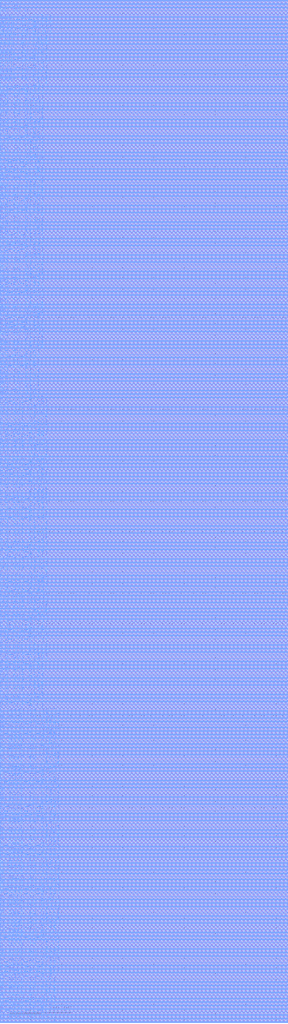
<source format=lef>
# Generated by FakeRAM 2.0
VERSION 5.7 ;
BUSBITCHARS "[]" ;
PROPERTYDEFINITIONS
  MACRO width INTEGER ;
  MACRO depth INTEGER ;
  MACRO banks INTEGER ;
END PROPERTYDEFINITIONS
MACRO fakeram7_dp_8196x64
  PROPERTY width 64 ;
  PROPERTY depth 8196 ;
  PROPERTY banks 8 ;
  FOREIGN fakeram7_dp_8196x64 0 0 ;
  SYMMETRY X Y ;
  SIZE 93.860 BY 333.200 ;
  CLASS BLOCK ;
  PIN w_mask_in_A[0]
    DIRECTION INPUT ;
    USE SIGNAL ;
    SHAPE ABUTMENT ;
    PORT
      LAYER M4 ;
      RECT 0.000 0.048 0.024 0.072 ;
    END
  END w_mask_in_A[0]
  PIN w_mask_in_B[0]
    DIRECTION INPUT ;
    USE SIGNAL ;
    SHAPE ABUTMENT ;
    PORT
      LAYER M4 ;
      RECT 93.836 0.048 93.860 0.072 ;
    END
  END w_mask_in_B[0]
  PIN w_mask_in_A[1]
    DIRECTION INPUT ;
    USE SIGNAL ;
    SHAPE ABUTMENT ;
    PORT
      LAYER M4 ;
      RECT 0.000 1.632 0.024 1.656 ;
    END
  END w_mask_in_A[1]
  PIN w_mask_in_B[1]
    DIRECTION INPUT ;
    USE SIGNAL ;
    SHAPE ABUTMENT ;
    PORT
      LAYER M4 ;
      RECT 93.836 1.632 93.860 1.656 ;
    END
  END w_mask_in_B[1]
  PIN w_mask_in_A[2]
    DIRECTION INPUT ;
    USE SIGNAL ;
    SHAPE ABUTMENT ;
    PORT
      LAYER M4 ;
      RECT 0.000 3.216 0.024 3.240 ;
    END
  END w_mask_in_A[2]
  PIN w_mask_in_B[2]
    DIRECTION INPUT ;
    USE SIGNAL ;
    SHAPE ABUTMENT ;
    PORT
      LAYER M4 ;
      RECT 93.836 3.216 93.860 3.240 ;
    END
  END w_mask_in_B[2]
  PIN w_mask_in_A[3]
    DIRECTION INPUT ;
    USE SIGNAL ;
    SHAPE ABUTMENT ;
    PORT
      LAYER M4 ;
      RECT 0.000 4.800 0.024 4.824 ;
    END
  END w_mask_in_A[3]
  PIN w_mask_in_B[3]
    DIRECTION INPUT ;
    USE SIGNAL ;
    SHAPE ABUTMENT ;
    PORT
      LAYER M4 ;
      RECT 93.836 4.800 93.860 4.824 ;
    END
  END w_mask_in_B[3]
  PIN w_mask_in_A[4]
    DIRECTION INPUT ;
    USE SIGNAL ;
    SHAPE ABUTMENT ;
    PORT
      LAYER M4 ;
      RECT 0.000 6.384 0.024 6.408 ;
    END
  END w_mask_in_A[4]
  PIN w_mask_in_B[4]
    DIRECTION INPUT ;
    USE SIGNAL ;
    SHAPE ABUTMENT ;
    PORT
      LAYER M4 ;
      RECT 93.836 6.384 93.860 6.408 ;
    END
  END w_mask_in_B[4]
  PIN w_mask_in_A[5]
    DIRECTION INPUT ;
    USE SIGNAL ;
    SHAPE ABUTMENT ;
    PORT
      LAYER M4 ;
      RECT 0.000 7.968 0.024 7.992 ;
    END
  END w_mask_in_A[5]
  PIN w_mask_in_B[5]
    DIRECTION INPUT ;
    USE SIGNAL ;
    SHAPE ABUTMENT ;
    PORT
      LAYER M4 ;
      RECT 93.836 7.968 93.860 7.992 ;
    END
  END w_mask_in_B[5]
  PIN w_mask_in_A[6]
    DIRECTION INPUT ;
    USE SIGNAL ;
    SHAPE ABUTMENT ;
    PORT
      LAYER M4 ;
      RECT 0.000 9.552 0.024 9.576 ;
    END
  END w_mask_in_A[6]
  PIN w_mask_in_B[6]
    DIRECTION INPUT ;
    USE SIGNAL ;
    SHAPE ABUTMENT ;
    PORT
      LAYER M4 ;
      RECT 93.836 9.552 93.860 9.576 ;
    END
  END w_mask_in_B[6]
  PIN w_mask_in_A[7]
    DIRECTION INPUT ;
    USE SIGNAL ;
    SHAPE ABUTMENT ;
    PORT
      LAYER M4 ;
      RECT 0.000 11.136 0.024 11.160 ;
    END
  END w_mask_in_A[7]
  PIN w_mask_in_B[7]
    DIRECTION INPUT ;
    USE SIGNAL ;
    SHAPE ABUTMENT ;
    PORT
      LAYER M4 ;
      RECT 93.836 11.136 93.860 11.160 ;
    END
  END w_mask_in_B[7]
  PIN w_mask_in_A[8]
    DIRECTION INPUT ;
    USE SIGNAL ;
    SHAPE ABUTMENT ;
    PORT
      LAYER M4 ;
      RECT 0.000 12.720 0.024 12.744 ;
    END
  END w_mask_in_A[8]
  PIN w_mask_in_B[8]
    DIRECTION INPUT ;
    USE SIGNAL ;
    SHAPE ABUTMENT ;
    PORT
      LAYER M4 ;
      RECT 93.836 12.720 93.860 12.744 ;
    END
  END w_mask_in_B[8]
  PIN w_mask_in_A[9]
    DIRECTION INPUT ;
    USE SIGNAL ;
    SHAPE ABUTMENT ;
    PORT
      LAYER M4 ;
      RECT 0.000 14.304 0.024 14.328 ;
    END
  END w_mask_in_A[9]
  PIN w_mask_in_B[9]
    DIRECTION INPUT ;
    USE SIGNAL ;
    SHAPE ABUTMENT ;
    PORT
      LAYER M4 ;
      RECT 93.836 14.304 93.860 14.328 ;
    END
  END w_mask_in_B[9]
  PIN w_mask_in_A[10]
    DIRECTION INPUT ;
    USE SIGNAL ;
    SHAPE ABUTMENT ;
    PORT
      LAYER M4 ;
      RECT 0.000 15.888 0.024 15.912 ;
    END
  END w_mask_in_A[10]
  PIN w_mask_in_B[10]
    DIRECTION INPUT ;
    USE SIGNAL ;
    SHAPE ABUTMENT ;
    PORT
      LAYER M4 ;
      RECT 93.836 15.888 93.860 15.912 ;
    END
  END w_mask_in_B[10]
  PIN w_mask_in_A[11]
    DIRECTION INPUT ;
    USE SIGNAL ;
    SHAPE ABUTMENT ;
    PORT
      LAYER M4 ;
      RECT 0.000 17.472 0.024 17.496 ;
    END
  END w_mask_in_A[11]
  PIN w_mask_in_B[11]
    DIRECTION INPUT ;
    USE SIGNAL ;
    SHAPE ABUTMENT ;
    PORT
      LAYER M4 ;
      RECT 93.836 17.472 93.860 17.496 ;
    END
  END w_mask_in_B[11]
  PIN w_mask_in_A[12]
    DIRECTION INPUT ;
    USE SIGNAL ;
    SHAPE ABUTMENT ;
    PORT
      LAYER M4 ;
      RECT 0.000 19.056 0.024 19.080 ;
    END
  END w_mask_in_A[12]
  PIN w_mask_in_B[12]
    DIRECTION INPUT ;
    USE SIGNAL ;
    SHAPE ABUTMENT ;
    PORT
      LAYER M4 ;
      RECT 93.836 19.056 93.860 19.080 ;
    END
  END w_mask_in_B[12]
  PIN w_mask_in_A[13]
    DIRECTION INPUT ;
    USE SIGNAL ;
    SHAPE ABUTMENT ;
    PORT
      LAYER M4 ;
      RECT 0.000 20.640 0.024 20.664 ;
    END
  END w_mask_in_A[13]
  PIN w_mask_in_B[13]
    DIRECTION INPUT ;
    USE SIGNAL ;
    SHAPE ABUTMENT ;
    PORT
      LAYER M4 ;
      RECT 93.836 20.640 93.860 20.664 ;
    END
  END w_mask_in_B[13]
  PIN w_mask_in_A[14]
    DIRECTION INPUT ;
    USE SIGNAL ;
    SHAPE ABUTMENT ;
    PORT
      LAYER M4 ;
      RECT 0.000 22.224 0.024 22.248 ;
    END
  END w_mask_in_A[14]
  PIN w_mask_in_B[14]
    DIRECTION INPUT ;
    USE SIGNAL ;
    SHAPE ABUTMENT ;
    PORT
      LAYER M4 ;
      RECT 93.836 22.224 93.860 22.248 ;
    END
  END w_mask_in_B[14]
  PIN w_mask_in_A[15]
    DIRECTION INPUT ;
    USE SIGNAL ;
    SHAPE ABUTMENT ;
    PORT
      LAYER M4 ;
      RECT 0.000 23.808 0.024 23.832 ;
    END
  END w_mask_in_A[15]
  PIN w_mask_in_B[15]
    DIRECTION INPUT ;
    USE SIGNAL ;
    SHAPE ABUTMENT ;
    PORT
      LAYER M4 ;
      RECT 93.836 23.808 93.860 23.832 ;
    END
  END w_mask_in_B[15]
  PIN w_mask_in_A[16]
    DIRECTION INPUT ;
    USE SIGNAL ;
    SHAPE ABUTMENT ;
    PORT
      LAYER M4 ;
      RECT 0.000 25.392 0.024 25.416 ;
    END
  END w_mask_in_A[16]
  PIN w_mask_in_B[16]
    DIRECTION INPUT ;
    USE SIGNAL ;
    SHAPE ABUTMENT ;
    PORT
      LAYER M4 ;
      RECT 93.836 25.392 93.860 25.416 ;
    END
  END w_mask_in_B[16]
  PIN w_mask_in_A[17]
    DIRECTION INPUT ;
    USE SIGNAL ;
    SHAPE ABUTMENT ;
    PORT
      LAYER M4 ;
      RECT 0.000 26.976 0.024 27.000 ;
    END
  END w_mask_in_A[17]
  PIN w_mask_in_B[17]
    DIRECTION INPUT ;
    USE SIGNAL ;
    SHAPE ABUTMENT ;
    PORT
      LAYER M4 ;
      RECT 93.836 26.976 93.860 27.000 ;
    END
  END w_mask_in_B[17]
  PIN w_mask_in_A[18]
    DIRECTION INPUT ;
    USE SIGNAL ;
    SHAPE ABUTMENT ;
    PORT
      LAYER M4 ;
      RECT 0.000 28.560 0.024 28.584 ;
    END
  END w_mask_in_A[18]
  PIN w_mask_in_B[18]
    DIRECTION INPUT ;
    USE SIGNAL ;
    SHAPE ABUTMENT ;
    PORT
      LAYER M4 ;
      RECT 93.836 28.560 93.860 28.584 ;
    END
  END w_mask_in_B[18]
  PIN w_mask_in_A[19]
    DIRECTION INPUT ;
    USE SIGNAL ;
    SHAPE ABUTMENT ;
    PORT
      LAYER M4 ;
      RECT 0.000 30.144 0.024 30.168 ;
    END
  END w_mask_in_A[19]
  PIN w_mask_in_B[19]
    DIRECTION INPUT ;
    USE SIGNAL ;
    SHAPE ABUTMENT ;
    PORT
      LAYER M4 ;
      RECT 93.836 30.144 93.860 30.168 ;
    END
  END w_mask_in_B[19]
  PIN w_mask_in_A[20]
    DIRECTION INPUT ;
    USE SIGNAL ;
    SHAPE ABUTMENT ;
    PORT
      LAYER M4 ;
      RECT 0.000 31.728 0.024 31.752 ;
    END
  END w_mask_in_A[20]
  PIN w_mask_in_B[20]
    DIRECTION INPUT ;
    USE SIGNAL ;
    SHAPE ABUTMENT ;
    PORT
      LAYER M4 ;
      RECT 93.836 31.728 93.860 31.752 ;
    END
  END w_mask_in_B[20]
  PIN w_mask_in_A[21]
    DIRECTION INPUT ;
    USE SIGNAL ;
    SHAPE ABUTMENT ;
    PORT
      LAYER M4 ;
      RECT 0.000 33.312 0.024 33.336 ;
    END
  END w_mask_in_A[21]
  PIN w_mask_in_B[21]
    DIRECTION INPUT ;
    USE SIGNAL ;
    SHAPE ABUTMENT ;
    PORT
      LAYER M4 ;
      RECT 93.836 33.312 93.860 33.336 ;
    END
  END w_mask_in_B[21]
  PIN w_mask_in_A[22]
    DIRECTION INPUT ;
    USE SIGNAL ;
    SHAPE ABUTMENT ;
    PORT
      LAYER M4 ;
      RECT 0.000 34.896 0.024 34.920 ;
    END
  END w_mask_in_A[22]
  PIN w_mask_in_B[22]
    DIRECTION INPUT ;
    USE SIGNAL ;
    SHAPE ABUTMENT ;
    PORT
      LAYER M4 ;
      RECT 93.836 34.896 93.860 34.920 ;
    END
  END w_mask_in_B[22]
  PIN w_mask_in_A[23]
    DIRECTION INPUT ;
    USE SIGNAL ;
    SHAPE ABUTMENT ;
    PORT
      LAYER M4 ;
      RECT 0.000 36.480 0.024 36.504 ;
    END
  END w_mask_in_A[23]
  PIN w_mask_in_B[23]
    DIRECTION INPUT ;
    USE SIGNAL ;
    SHAPE ABUTMENT ;
    PORT
      LAYER M4 ;
      RECT 93.836 36.480 93.860 36.504 ;
    END
  END w_mask_in_B[23]
  PIN w_mask_in_A[24]
    DIRECTION INPUT ;
    USE SIGNAL ;
    SHAPE ABUTMENT ;
    PORT
      LAYER M4 ;
      RECT 0.000 38.064 0.024 38.088 ;
    END
  END w_mask_in_A[24]
  PIN w_mask_in_B[24]
    DIRECTION INPUT ;
    USE SIGNAL ;
    SHAPE ABUTMENT ;
    PORT
      LAYER M4 ;
      RECT 93.836 38.064 93.860 38.088 ;
    END
  END w_mask_in_B[24]
  PIN w_mask_in_A[25]
    DIRECTION INPUT ;
    USE SIGNAL ;
    SHAPE ABUTMENT ;
    PORT
      LAYER M4 ;
      RECT 0.000 39.648 0.024 39.672 ;
    END
  END w_mask_in_A[25]
  PIN w_mask_in_B[25]
    DIRECTION INPUT ;
    USE SIGNAL ;
    SHAPE ABUTMENT ;
    PORT
      LAYER M4 ;
      RECT 93.836 39.648 93.860 39.672 ;
    END
  END w_mask_in_B[25]
  PIN w_mask_in_A[26]
    DIRECTION INPUT ;
    USE SIGNAL ;
    SHAPE ABUTMENT ;
    PORT
      LAYER M4 ;
      RECT 0.000 41.232 0.024 41.256 ;
    END
  END w_mask_in_A[26]
  PIN w_mask_in_B[26]
    DIRECTION INPUT ;
    USE SIGNAL ;
    SHAPE ABUTMENT ;
    PORT
      LAYER M4 ;
      RECT 93.836 41.232 93.860 41.256 ;
    END
  END w_mask_in_B[26]
  PIN w_mask_in_A[27]
    DIRECTION INPUT ;
    USE SIGNAL ;
    SHAPE ABUTMENT ;
    PORT
      LAYER M4 ;
      RECT 0.000 42.816 0.024 42.840 ;
    END
  END w_mask_in_A[27]
  PIN w_mask_in_B[27]
    DIRECTION INPUT ;
    USE SIGNAL ;
    SHAPE ABUTMENT ;
    PORT
      LAYER M4 ;
      RECT 93.836 42.816 93.860 42.840 ;
    END
  END w_mask_in_B[27]
  PIN w_mask_in_A[28]
    DIRECTION INPUT ;
    USE SIGNAL ;
    SHAPE ABUTMENT ;
    PORT
      LAYER M4 ;
      RECT 0.000 44.400 0.024 44.424 ;
    END
  END w_mask_in_A[28]
  PIN w_mask_in_B[28]
    DIRECTION INPUT ;
    USE SIGNAL ;
    SHAPE ABUTMENT ;
    PORT
      LAYER M4 ;
      RECT 93.836 44.400 93.860 44.424 ;
    END
  END w_mask_in_B[28]
  PIN w_mask_in_A[29]
    DIRECTION INPUT ;
    USE SIGNAL ;
    SHAPE ABUTMENT ;
    PORT
      LAYER M4 ;
      RECT 0.000 45.984 0.024 46.008 ;
    END
  END w_mask_in_A[29]
  PIN w_mask_in_B[29]
    DIRECTION INPUT ;
    USE SIGNAL ;
    SHAPE ABUTMENT ;
    PORT
      LAYER M4 ;
      RECT 93.836 45.984 93.860 46.008 ;
    END
  END w_mask_in_B[29]
  PIN w_mask_in_A[30]
    DIRECTION INPUT ;
    USE SIGNAL ;
    SHAPE ABUTMENT ;
    PORT
      LAYER M4 ;
      RECT 0.000 47.568 0.024 47.592 ;
    END
  END w_mask_in_A[30]
  PIN w_mask_in_B[30]
    DIRECTION INPUT ;
    USE SIGNAL ;
    SHAPE ABUTMENT ;
    PORT
      LAYER M4 ;
      RECT 93.836 47.568 93.860 47.592 ;
    END
  END w_mask_in_B[30]
  PIN w_mask_in_A[31]
    DIRECTION INPUT ;
    USE SIGNAL ;
    SHAPE ABUTMENT ;
    PORT
      LAYER M4 ;
      RECT 0.000 49.152 0.024 49.176 ;
    END
  END w_mask_in_A[31]
  PIN w_mask_in_B[31]
    DIRECTION INPUT ;
    USE SIGNAL ;
    SHAPE ABUTMENT ;
    PORT
      LAYER M4 ;
      RECT 93.836 49.152 93.860 49.176 ;
    END
  END w_mask_in_B[31]
  PIN w_mask_in_A[32]
    DIRECTION INPUT ;
    USE SIGNAL ;
    SHAPE ABUTMENT ;
    PORT
      LAYER M4 ;
      RECT 0.000 50.736 0.024 50.760 ;
    END
  END w_mask_in_A[32]
  PIN w_mask_in_B[32]
    DIRECTION INPUT ;
    USE SIGNAL ;
    SHAPE ABUTMENT ;
    PORT
      LAYER M4 ;
      RECT 93.836 50.736 93.860 50.760 ;
    END
  END w_mask_in_B[32]
  PIN w_mask_in_A[33]
    DIRECTION INPUT ;
    USE SIGNAL ;
    SHAPE ABUTMENT ;
    PORT
      LAYER M4 ;
      RECT 0.000 52.320 0.024 52.344 ;
    END
  END w_mask_in_A[33]
  PIN w_mask_in_B[33]
    DIRECTION INPUT ;
    USE SIGNAL ;
    SHAPE ABUTMENT ;
    PORT
      LAYER M4 ;
      RECT 93.836 52.320 93.860 52.344 ;
    END
  END w_mask_in_B[33]
  PIN w_mask_in_A[34]
    DIRECTION INPUT ;
    USE SIGNAL ;
    SHAPE ABUTMENT ;
    PORT
      LAYER M4 ;
      RECT 0.000 53.904 0.024 53.928 ;
    END
  END w_mask_in_A[34]
  PIN w_mask_in_B[34]
    DIRECTION INPUT ;
    USE SIGNAL ;
    SHAPE ABUTMENT ;
    PORT
      LAYER M4 ;
      RECT 93.836 53.904 93.860 53.928 ;
    END
  END w_mask_in_B[34]
  PIN w_mask_in_A[35]
    DIRECTION INPUT ;
    USE SIGNAL ;
    SHAPE ABUTMENT ;
    PORT
      LAYER M4 ;
      RECT 0.000 55.488 0.024 55.512 ;
    END
  END w_mask_in_A[35]
  PIN w_mask_in_B[35]
    DIRECTION INPUT ;
    USE SIGNAL ;
    SHAPE ABUTMENT ;
    PORT
      LAYER M4 ;
      RECT 93.836 55.488 93.860 55.512 ;
    END
  END w_mask_in_B[35]
  PIN w_mask_in_A[36]
    DIRECTION INPUT ;
    USE SIGNAL ;
    SHAPE ABUTMENT ;
    PORT
      LAYER M4 ;
      RECT 0.000 57.072 0.024 57.096 ;
    END
  END w_mask_in_A[36]
  PIN w_mask_in_B[36]
    DIRECTION INPUT ;
    USE SIGNAL ;
    SHAPE ABUTMENT ;
    PORT
      LAYER M4 ;
      RECT 93.836 57.072 93.860 57.096 ;
    END
  END w_mask_in_B[36]
  PIN w_mask_in_A[37]
    DIRECTION INPUT ;
    USE SIGNAL ;
    SHAPE ABUTMENT ;
    PORT
      LAYER M4 ;
      RECT 0.000 58.656 0.024 58.680 ;
    END
  END w_mask_in_A[37]
  PIN w_mask_in_B[37]
    DIRECTION INPUT ;
    USE SIGNAL ;
    SHAPE ABUTMENT ;
    PORT
      LAYER M4 ;
      RECT 93.836 58.656 93.860 58.680 ;
    END
  END w_mask_in_B[37]
  PIN w_mask_in_A[38]
    DIRECTION INPUT ;
    USE SIGNAL ;
    SHAPE ABUTMENT ;
    PORT
      LAYER M4 ;
      RECT 0.000 60.240 0.024 60.264 ;
    END
  END w_mask_in_A[38]
  PIN w_mask_in_B[38]
    DIRECTION INPUT ;
    USE SIGNAL ;
    SHAPE ABUTMENT ;
    PORT
      LAYER M4 ;
      RECT 93.836 60.240 93.860 60.264 ;
    END
  END w_mask_in_B[38]
  PIN w_mask_in_A[39]
    DIRECTION INPUT ;
    USE SIGNAL ;
    SHAPE ABUTMENT ;
    PORT
      LAYER M4 ;
      RECT 0.000 61.824 0.024 61.848 ;
    END
  END w_mask_in_A[39]
  PIN w_mask_in_B[39]
    DIRECTION INPUT ;
    USE SIGNAL ;
    SHAPE ABUTMENT ;
    PORT
      LAYER M4 ;
      RECT 93.836 61.824 93.860 61.848 ;
    END
  END w_mask_in_B[39]
  PIN w_mask_in_A[40]
    DIRECTION INPUT ;
    USE SIGNAL ;
    SHAPE ABUTMENT ;
    PORT
      LAYER M4 ;
      RECT 0.000 63.408 0.024 63.432 ;
    END
  END w_mask_in_A[40]
  PIN w_mask_in_B[40]
    DIRECTION INPUT ;
    USE SIGNAL ;
    SHAPE ABUTMENT ;
    PORT
      LAYER M4 ;
      RECT 93.836 63.408 93.860 63.432 ;
    END
  END w_mask_in_B[40]
  PIN w_mask_in_A[41]
    DIRECTION INPUT ;
    USE SIGNAL ;
    SHAPE ABUTMENT ;
    PORT
      LAYER M4 ;
      RECT 0.000 64.992 0.024 65.016 ;
    END
  END w_mask_in_A[41]
  PIN w_mask_in_B[41]
    DIRECTION INPUT ;
    USE SIGNAL ;
    SHAPE ABUTMENT ;
    PORT
      LAYER M4 ;
      RECT 93.836 64.992 93.860 65.016 ;
    END
  END w_mask_in_B[41]
  PIN w_mask_in_A[42]
    DIRECTION INPUT ;
    USE SIGNAL ;
    SHAPE ABUTMENT ;
    PORT
      LAYER M4 ;
      RECT 0.000 66.576 0.024 66.600 ;
    END
  END w_mask_in_A[42]
  PIN w_mask_in_B[42]
    DIRECTION INPUT ;
    USE SIGNAL ;
    SHAPE ABUTMENT ;
    PORT
      LAYER M4 ;
      RECT 93.836 66.576 93.860 66.600 ;
    END
  END w_mask_in_B[42]
  PIN w_mask_in_A[43]
    DIRECTION INPUT ;
    USE SIGNAL ;
    SHAPE ABUTMENT ;
    PORT
      LAYER M4 ;
      RECT 0.000 68.160 0.024 68.184 ;
    END
  END w_mask_in_A[43]
  PIN w_mask_in_B[43]
    DIRECTION INPUT ;
    USE SIGNAL ;
    SHAPE ABUTMENT ;
    PORT
      LAYER M4 ;
      RECT 93.836 68.160 93.860 68.184 ;
    END
  END w_mask_in_B[43]
  PIN w_mask_in_A[44]
    DIRECTION INPUT ;
    USE SIGNAL ;
    SHAPE ABUTMENT ;
    PORT
      LAYER M4 ;
      RECT 0.000 69.744 0.024 69.768 ;
    END
  END w_mask_in_A[44]
  PIN w_mask_in_B[44]
    DIRECTION INPUT ;
    USE SIGNAL ;
    SHAPE ABUTMENT ;
    PORT
      LAYER M4 ;
      RECT 93.836 69.744 93.860 69.768 ;
    END
  END w_mask_in_B[44]
  PIN w_mask_in_A[45]
    DIRECTION INPUT ;
    USE SIGNAL ;
    SHAPE ABUTMENT ;
    PORT
      LAYER M4 ;
      RECT 0.000 71.328 0.024 71.352 ;
    END
  END w_mask_in_A[45]
  PIN w_mask_in_B[45]
    DIRECTION INPUT ;
    USE SIGNAL ;
    SHAPE ABUTMENT ;
    PORT
      LAYER M4 ;
      RECT 93.836 71.328 93.860 71.352 ;
    END
  END w_mask_in_B[45]
  PIN w_mask_in_A[46]
    DIRECTION INPUT ;
    USE SIGNAL ;
    SHAPE ABUTMENT ;
    PORT
      LAYER M4 ;
      RECT 0.000 72.912 0.024 72.936 ;
    END
  END w_mask_in_A[46]
  PIN w_mask_in_B[46]
    DIRECTION INPUT ;
    USE SIGNAL ;
    SHAPE ABUTMENT ;
    PORT
      LAYER M4 ;
      RECT 93.836 72.912 93.860 72.936 ;
    END
  END w_mask_in_B[46]
  PIN w_mask_in_A[47]
    DIRECTION INPUT ;
    USE SIGNAL ;
    SHAPE ABUTMENT ;
    PORT
      LAYER M4 ;
      RECT 0.000 74.496 0.024 74.520 ;
    END
  END w_mask_in_A[47]
  PIN w_mask_in_B[47]
    DIRECTION INPUT ;
    USE SIGNAL ;
    SHAPE ABUTMENT ;
    PORT
      LAYER M4 ;
      RECT 93.836 74.496 93.860 74.520 ;
    END
  END w_mask_in_B[47]
  PIN w_mask_in_A[48]
    DIRECTION INPUT ;
    USE SIGNAL ;
    SHAPE ABUTMENT ;
    PORT
      LAYER M4 ;
      RECT 0.000 76.080 0.024 76.104 ;
    END
  END w_mask_in_A[48]
  PIN w_mask_in_B[48]
    DIRECTION INPUT ;
    USE SIGNAL ;
    SHAPE ABUTMENT ;
    PORT
      LAYER M4 ;
      RECT 93.836 76.080 93.860 76.104 ;
    END
  END w_mask_in_B[48]
  PIN w_mask_in_A[49]
    DIRECTION INPUT ;
    USE SIGNAL ;
    SHAPE ABUTMENT ;
    PORT
      LAYER M4 ;
      RECT 0.000 77.664 0.024 77.688 ;
    END
  END w_mask_in_A[49]
  PIN w_mask_in_B[49]
    DIRECTION INPUT ;
    USE SIGNAL ;
    SHAPE ABUTMENT ;
    PORT
      LAYER M4 ;
      RECT 93.836 77.664 93.860 77.688 ;
    END
  END w_mask_in_B[49]
  PIN w_mask_in_A[50]
    DIRECTION INPUT ;
    USE SIGNAL ;
    SHAPE ABUTMENT ;
    PORT
      LAYER M4 ;
      RECT 0.000 79.248 0.024 79.272 ;
    END
  END w_mask_in_A[50]
  PIN w_mask_in_B[50]
    DIRECTION INPUT ;
    USE SIGNAL ;
    SHAPE ABUTMENT ;
    PORT
      LAYER M4 ;
      RECT 93.836 79.248 93.860 79.272 ;
    END
  END w_mask_in_B[50]
  PIN w_mask_in_A[51]
    DIRECTION INPUT ;
    USE SIGNAL ;
    SHAPE ABUTMENT ;
    PORT
      LAYER M4 ;
      RECT 0.000 80.832 0.024 80.856 ;
    END
  END w_mask_in_A[51]
  PIN w_mask_in_B[51]
    DIRECTION INPUT ;
    USE SIGNAL ;
    SHAPE ABUTMENT ;
    PORT
      LAYER M4 ;
      RECT 93.836 80.832 93.860 80.856 ;
    END
  END w_mask_in_B[51]
  PIN w_mask_in_A[52]
    DIRECTION INPUT ;
    USE SIGNAL ;
    SHAPE ABUTMENT ;
    PORT
      LAYER M4 ;
      RECT 0.000 82.416 0.024 82.440 ;
    END
  END w_mask_in_A[52]
  PIN w_mask_in_B[52]
    DIRECTION INPUT ;
    USE SIGNAL ;
    SHAPE ABUTMENT ;
    PORT
      LAYER M4 ;
      RECT 93.836 82.416 93.860 82.440 ;
    END
  END w_mask_in_B[52]
  PIN w_mask_in_A[53]
    DIRECTION INPUT ;
    USE SIGNAL ;
    SHAPE ABUTMENT ;
    PORT
      LAYER M4 ;
      RECT 0.000 84.000 0.024 84.024 ;
    END
  END w_mask_in_A[53]
  PIN w_mask_in_B[53]
    DIRECTION INPUT ;
    USE SIGNAL ;
    SHAPE ABUTMENT ;
    PORT
      LAYER M4 ;
      RECT 93.836 84.000 93.860 84.024 ;
    END
  END w_mask_in_B[53]
  PIN w_mask_in_A[54]
    DIRECTION INPUT ;
    USE SIGNAL ;
    SHAPE ABUTMENT ;
    PORT
      LAYER M4 ;
      RECT 0.000 85.584 0.024 85.608 ;
    END
  END w_mask_in_A[54]
  PIN w_mask_in_B[54]
    DIRECTION INPUT ;
    USE SIGNAL ;
    SHAPE ABUTMENT ;
    PORT
      LAYER M4 ;
      RECT 93.836 85.584 93.860 85.608 ;
    END
  END w_mask_in_B[54]
  PIN w_mask_in_A[55]
    DIRECTION INPUT ;
    USE SIGNAL ;
    SHAPE ABUTMENT ;
    PORT
      LAYER M4 ;
      RECT 0.000 87.168 0.024 87.192 ;
    END
  END w_mask_in_A[55]
  PIN w_mask_in_B[55]
    DIRECTION INPUT ;
    USE SIGNAL ;
    SHAPE ABUTMENT ;
    PORT
      LAYER M4 ;
      RECT 93.836 87.168 93.860 87.192 ;
    END
  END w_mask_in_B[55]
  PIN w_mask_in_A[56]
    DIRECTION INPUT ;
    USE SIGNAL ;
    SHAPE ABUTMENT ;
    PORT
      LAYER M4 ;
      RECT 0.000 88.752 0.024 88.776 ;
    END
  END w_mask_in_A[56]
  PIN w_mask_in_B[56]
    DIRECTION INPUT ;
    USE SIGNAL ;
    SHAPE ABUTMENT ;
    PORT
      LAYER M4 ;
      RECT 93.836 88.752 93.860 88.776 ;
    END
  END w_mask_in_B[56]
  PIN w_mask_in_A[57]
    DIRECTION INPUT ;
    USE SIGNAL ;
    SHAPE ABUTMENT ;
    PORT
      LAYER M4 ;
      RECT 0.000 90.336 0.024 90.360 ;
    END
  END w_mask_in_A[57]
  PIN w_mask_in_B[57]
    DIRECTION INPUT ;
    USE SIGNAL ;
    SHAPE ABUTMENT ;
    PORT
      LAYER M4 ;
      RECT 93.836 90.336 93.860 90.360 ;
    END
  END w_mask_in_B[57]
  PIN w_mask_in_A[58]
    DIRECTION INPUT ;
    USE SIGNAL ;
    SHAPE ABUTMENT ;
    PORT
      LAYER M4 ;
      RECT 0.000 91.920 0.024 91.944 ;
    END
  END w_mask_in_A[58]
  PIN w_mask_in_B[58]
    DIRECTION INPUT ;
    USE SIGNAL ;
    SHAPE ABUTMENT ;
    PORT
      LAYER M4 ;
      RECT 93.836 91.920 93.860 91.944 ;
    END
  END w_mask_in_B[58]
  PIN w_mask_in_A[59]
    DIRECTION INPUT ;
    USE SIGNAL ;
    SHAPE ABUTMENT ;
    PORT
      LAYER M4 ;
      RECT 0.000 93.504 0.024 93.528 ;
    END
  END w_mask_in_A[59]
  PIN w_mask_in_B[59]
    DIRECTION INPUT ;
    USE SIGNAL ;
    SHAPE ABUTMENT ;
    PORT
      LAYER M4 ;
      RECT 93.836 93.504 93.860 93.528 ;
    END
  END w_mask_in_B[59]
  PIN w_mask_in_A[60]
    DIRECTION INPUT ;
    USE SIGNAL ;
    SHAPE ABUTMENT ;
    PORT
      LAYER M4 ;
      RECT 0.000 95.088 0.024 95.112 ;
    END
  END w_mask_in_A[60]
  PIN w_mask_in_B[60]
    DIRECTION INPUT ;
    USE SIGNAL ;
    SHAPE ABUTMENT ;
    PORT
      LAYER M4 ;
      RECT 93.836 95.088 93.860 95.112 ;
    END
  END w_mask_in_B[60]
  PIN w_mask_in_A[61]
    DIRECTION INPUT ;
    USE SIGNAL ;
    SHAPE ABUTMENT ;
    PORT
      LAYER M4 ;
      RECT 0.000 96.672 0.024 96.696 ;
    END
  END w_mask_in_A[61]
  PIN w_mask_in_B[61]
    DIRECTION INPUT ;
    USE SIGNAL ;
    SHAPE ABUTMENT ;
    PORT
      LAYER M4 ;
      RECT 93.836 96.672 93.860 96.696 ;
    END
  END w_mask_in_B[61]
  PIN w_mask_in_A[62]
    DIRECTION INPUT ;
    USE SIGNAL ;
    SHAPE ABUTMENT ;
    PORT
      LAYER M4 ;
      RECT 0.000 98.256 0.024 98.280 ;
    END
  END w_mask_in_A[62]
  PIN w_mask_in_B[62]
    DIRECTION INPUT ;
    USE SIGNAL ;
    SHAPE ABUTMENT ;
    PORT
      LAYER M4 ;
      RECT 93.836 98.256 93.860 98.280 ;
    END
  END w_mask_in_B[62]
  PIN w_mask_in_A[63]
    DIRECTION INPUT ;
    USE SIGNAL ;
    SHAPE ABUTMENT ;
    PORT
      LAYER M4 ;
      RECT 0.000 99.840 0.024 99.864 ;
    END
  END w_mask_in_A[63]
  PIN w_mask_in_B[63]
    DIRECTION INPUT ;
    USE SIGNAL ;
    SHAPE ABUTMENT ;
    PORT
      LAYER M4 ;
      RECT 93.836 99.840 93.860 99.864 ;
    END
  END w_mask_in_B[63]
  PIN rd_out_A[0]
    DIRECTION OUTPUT ;
    USE SIGNAL ;
    SHAPE ABUTMENT ;
    PORT
      LAYER M4 ;
      RECT 0.000 101.904 0.024 101.928 ;
    END
  END rd_out_A[0]
  PIN rd_out_B[0]
    DIRECTION OUTPUT ;
    USE SIGNAL ;
    SHAPE ABUTMENT ;
    PORT
      LAYER M4 ;
      RECT 93.836 101.904 93.860 101.928 ;
    END
  END rd_out_B[0]
  PIN rd_out_A[1]
    DIRECTION OUTPUT ;
    USE SIGNAL ;
    SHAPE ABUTMENT ;
    PORT
      LAYER M4 ;
      RECT 0.000 103.488 0.024 103.512 ;
    END
  END rd_out_A[1]
  PIN rd_out_B[1]
    DIRECTION OUTPUT ;
    USE SIGNAL ;
    SHAPE ABUTMENT ;
    PORT
      LAYER M4 ;
      RECT 93.836 103.488 93.860 103.512 ;
    END
  END rd_out_B[1]
  PIN rd_out_A[2]
    DIRECTION OUTPUT ;
    USE SIGNAL ;
    SHAPE ABUTMENT ;
    PORT
      LAYER M4 ;
      RECT 0.000 105.072 0.024 105.096 ;
    END
  END rd_out_A[2]
  PIN rd_out_B[2]
    DIRECTION OUTPUT ;
    USE SIGNAL ;
    SHAPE ABUTMENT ;
    PORT
      LAYER M4 ;
      RECT 93.836 105.072 93.860 105.096 ;
    END
  END rd_out_B[2]
  PIN rd_out_A[3]
    DIRECTION OUTPUT ;
    USE SIGNAL ;
    SHAPE ABUTMENT ;
    PORT
      LAYER M4 ;
      RECT 0.000 106.656 0.024 106.680 ;
    END
  END rd_out_A[3]
  PIN rd_out_B[3]
    DIRECTION OUTPUT ;
    USE SIGNAL ;
    SHAPE ABUTMENT ;
    PORT
      LAYER M4 ;
      RECT 93.836 106.656 93.860 106.680 ;
    END
  END rd_out_B[3]
  PIN rd_out_A[4]
    DIRECTION OUTPUT ;
    USE SIGNAL ;
    SHAPE ABUTMENT ;
    PORT
      LAYER M4 ;
      RECT 0.000 108.240 0.024 108.264 ;
    END
  END rd_out_A[4]
  PIN rd_out_B[4]
    DIRECTION OUTPUT ;
    USE SIGNAL ;
    SHAPE ABUTMENT ;
    PORT
      LAYER M4 ;
      RECT 93.836 108.240 93.860 108.264 ;
    END
  END rd_out_B[4]
  PIN rd_out_A[5]
    DIRECTION OUTPUT ;
    USE SIGNAL ;
    SHAPE ABUTMENT ;
    PORT
      LAYER M4 ;
      RECT 0.000 109.824 0.024 109.848 ;
    END
  END rd_out_A[5]
  PIN rd_out_B[5]
    DIRECTION OUTPUT ;
    USE SIGNAL ;
    SHAPE ABUTMENT ;
    PORT
      LAYER M4 ;
      RECT 93.836 109.824 93.860 109.848 ;
    END
  END rd_out_B[5]
  PIN rd_out_A[6]
    DIRECTION OUTPUT ;
    USE SIGNAL ;
    SHAPE ABUTMENT ;
    PORT
      LAYER M4 ;
      RECT 0.000 111.408 0.024 111.432 ;
    END
  END rd_out_A[6]
  PIN rd_out_B[6]
    DIRECTION OUTPUT ;
    USE SIGNAL ;
    SHAPE ABUTMENT ;
    PORT
      LAYER M4 ;
      RECT 93.836 111.408 93.860 111.432 ;
    END
  END rd_out_B[6]
  PIN rd_out_A[7]
    DIRECTION OUTPUT ;
    USE SIGNAL ;
    SHAPE ABUTMENT ;
    PORT
      LAYER M4 ;
      RECT 0.000 112.992 0.024 113.016 ;
    END
  END rd_out_A[7]
  PIN rd_out_B[7]
    DIRECTION OUTPUT ;
    USE SIGNAL ;
    SHAPE ABUTMENT ;
    PORT
      LAYER M4 ;
      RECT 93.836 112.992 93.860 113.016 ;
    END
  END rd_out_B[7]
  PIN rd_out_A[8]
    DIRECTION OUTPUT ;
    USE SIGNAL ;
    SHAPE ABUTMENT ;
    PORT
      LAYER M4 ;
      RECT 0.000 114.576 0.024 114.600 ;
    END
  END rd_out_A[8]
  PIN rd_out_B[8]
    DIRECTION OUTPUT ;
    USE SIGNAL ;
    SHAPE ABUTMENT ;
    PORT
      LAYER M4 ;
      RECT 93.836 114.576 93.860 114.600 ;
    END
  END rd_out_B[8]
  PIN rd_out_A[9]
    DIRECTION OUTPUT ;
    USE SIGNAL ;
    SHAPE ABUTMENT ;
    PORT
      LAYER M4 ;
      RECT 0.000 116.160 0.024 116.184 ;
    END
  END rd_out_A[9]
  PIN rd_out_B[9]
    DIRECTION OUTPUT ;
    USE SIGNAL ;
    SHAPE ABUTMENT ;
    PORT
      LAYER M4 ;
      RECT 93.836 116.160 93.860 116.184 ;
    END
  END rd_out_B[9]
  PIN rd_out_A[10]
    DIRECTION OUTPUT ;
    USE SIGNAL ;
    SHAPE ABUTMENT ;
    PORT
      LAYER M4 ;
      RECT 0.000 117.744 0.024 117.768 ;
    END
  END rd_out_A[10]
  PIN rd_out_B[10]
    DIRECTION OUTPUT ;
    USE SIGNAL ;
    SHAPE ABUTMENT ;
    PORT
      LAYER M4 ;
      RECT 93.836 117.744 93.860 117.768 ;
    END
  END rd_out_B[10]
  PIN rd_out_A[11]
    DIRECTION OUTPUT ;
    USE SIGNAL ;
    SHAPE ABUTMENT ;
    PORT
      LAYER M4 ;
      RECT 0.000 119.328 0.024 119.352 ;
    END
  END rd_out_A[11]
  PIN rd_out_B[11]
    DIRECTION OUTPUT ;
    USE SIGNAL ;
    SHAPE ABUTMENT ;
    PORT
      LAYER M4 ;
      RECT 93.836 119.328 93.860 119.352 ;
    END
  END rd_out_B[11]
  PIN rd_out_A[12]
    DIRECTION OUTPUT ;
    USE SIGNAL ;
    SHAPE ABUTMENT ;
    PORT
      LAYER M4 ;
      RECT 0.000 120.912 0.024 120.936 ;
    END
  END rd_out_A[12]
  PIN rd_out_B[12]
    DIRECTION OUTPUT ;
    USE SIGNAL ;
    SHAPE ABUTMENT ;
    PORT
      LAYER M4 ;
      RECT 93.836 120.912 93.860 120.936 ;
    END
  END rd_out_B[12]
  PIN rd_out_A[13]
    DIRECTION OUTPUT ;
    USE SIGNAL ;
    SHAPE ABUTMENT ;
    PORT
      LAYER M4 ;
      RECT 0.000 122.496 0.024 122.520 ;
    END
  END rd_out_A[13]
  PIN rd_out_B[13]
    DIRECTION OUTPUT ;
    USE SIGNAL ;
    SHAPE ABUTMENT ;
    PORT
      LAYER M4 ;
      RECT 93.836 122.496 93.860 122.520 ;
    END
  END rd_out_B[13]
  PIN rd_out_A[14]
    DIRECTION OUTPUT ;
    USE SIGNAL ;
    SHAPE ABUTMENT ;
    PORT
      LAYER M4 ;
      RECT 0.000 124.080 0.024 124.104 ;
    END
  END rd_out_A[14]
  PIN rd_out_B[14]
    DIRECTION OUTPUT ;
    USE SIGNAL ;
    SHAPE ABUTMENT ;
    PORT
      LAYER M4 ;
      RECT 93.836 124.080 93.860 124.104 ;
    END
  END rd_out_B[14]
  PIN rd_out_A[15]
    DIRECTION OUTPUT ;
    USE SIGNAL ;
    SHAPE ABUTMENT ;
    PORT
      LAYER M4 ;
      RECT 0.000 125.664 0.024 125.688 ;
    END
  END rd_out_A[15]
  PIN rd_out_B[15]
    DIRECTION OUTPUT ;
    USE SIGNAL ;
    SHAPE ABUTMENT ;
    PORT
      LAYER M4 ;
      RECT 93.836 125.664 93.860 125.688 ;
    END
  END rd_out_B[15]
  PIN rd_out_A[16]
    DIRECTION OUTPUT ;
    USE SIGNAL ;
    SHAPE ABUTMENT ;
    PORT
      LAYER M4 ;
      RECT 0.000 127.248 0.024 127.272 ;
    END
  END rd_out_A[16]
  PIN rd_out_B[16]
    DIRECTION OUTPUT ;
    USE SIGNAL ;
    SHAPE ABUTMENT ;
    PORT
      LAYER M4 ;
      RECT 93.836 127.248 93.860 127.272 ;
    END
  END rd_out_B[16]
  PIN rd_out_A[17]
    DIRECTION OUTPUT ;
    USE SIGNAL ;
    SHAPE ABUTMENT ;
    PORT
      LAYER M4 ;
      RECT 0.000 128.832 0.024 128.856 ;
    END
  END rd_out_A[17]
  PIN rd_out_B[17]
    DIRECTION OUTPUT ;
    USE SIGNAL ;
    SHAPE ABUTMENT ;
    PORT
      LAYER M4 ;
      RECT 93.836 128.832 93.860 128.856 ;
    END
  END rd_out_B[17]
  PIN rd_out_A[18]
    DIRECTION OUTPUT ;
    USE SIGNAL ;
    SHAPE ABUTMENT ;
    PORT
      LAYER M4 ;
      RECT 0.000 130.416 0.024 130.440 ;
    END
  END rd_out_A[18]
  PIN rd_out_B[18]
    DIRECTION OUTPUT ;
    USE SIGNAL ;
    SHAPE ABUTMENT ;
    PORT
      LAYER M4 ;
      RECT 93.836 130.416 93.860 130.440 ;
    END
  END rd_out_B[18]
  PIN rd_out_A[19]
    DIRECTION OUTPUT ;
    USE SIGNAL ;
    SHAPE ABUTMENT ;
    PORT
      LAYER M4 ;
      RECT 0.000 132.000 0.024 132.024 ;
    END
  END rd_out_A[19]
  PIN rd_out_B[19]
    DIRECTION OUTPUT ;
    USE SIGNAL ;
    SHAPE ABUTMENT ;
    PORT
      LAYER M4 ;
      RECT 93.836 132.000 93.860 132.024 ;
    END
  END rd_out_B[19]
  PIN rd_out_A[20]
    DIRECTION OUTPUT ;
    USE SIGNAL ;
    SHAPE ABUTMENT ;
    PORT
      LAYER M4 ;
      RECT 0.000 133.584 0.024 133.608 ;
    END
  END rd_out_A[20]
  PIN rd_out_B[20]
    DIRECTION OUTPUT ;
    USE SIGNAL ;
    SHAPE ABUTMENT ;
    PORT
      LAYER M4 ;
      RECT 93.836 133.584 93.860 133.608 ;
    END
  END rd_out_B[20]
  PIN rd_out_A[21]
    DIRECTION OUTPUT ;
    USE SIGNAL ;
    SHAPE ABUTMENT ;
    PORT
      LAYER M4 ;
      RECT 0.000 135.168 0.024 135.192 ;
    END
  END rd_out_A[21]
  PIN rd_out_B[21]
    DIRECTION OUTPUT ;
    USE SIGNAL ;
    SHAPE ABUTMENT ;
    PORT
      LAYER M4 ;
      RECT 93.836 135.168 93.860 135.192 ;
    END
  END rd_out_B[21]
  PIN rd_out_A[22]
    DIRECTION OUTPUT ;
    USE SIGNAL ;
    SHAPE ABUTMENT ;
    PORT
      LAYER M4 ;
      RECT 0.000 136.752 0.024 136.776 ;
    END
  END rd_out_A[22]
  PIN rd_out_B[22]
    DIRECTION OUTPUT ;
    USE SIGNAL ;
    SHAPE ABUTMENT ;
    PORT
      LAYER M4 ;
      RECT 93.836 136.752 93.860 136.776 ;
    END
  END rd_out_B[22]
  PIN rd_out_A[23]
    DIRECTION OUTPUT ;
    USE SIGNAL ;
    SHAPE ABUTMENT ;
    PORT
      LAYER M4 ;
      RECT 0.000 138.336 0.024 138.360 ;
    END
  END rd_out_A[23]
  PIN rd_out_B[23]
    DIRECTION OUTPUT ;
    USE SIGNAL ;
    SHAPE ABUTMENT ;
    PORT
      LAYER M4 ;
      RECT 93.836 138.336 93.860 138.360 ;
    END
  END rd_out_B[23]
  PIN rd_out_A[24]
    DIRECTION OUTPUT ;
    USE SIGNAL ;
    SHAPE ABUTMENT ;
    PORT
      LAYER M4 ;
      RECT 0.000 139.920 0.024 139.944 ;
    END
  END rd_out_A[24]
  PIN rd_out_B[24]
    DIRECTION OUTPUT ;
    USE SIGNAL ;
    SHAPE ABUTMENT ;
    PORT
      LAYER M4 ;
      RECT 93.836 139.920 93.860 139.944 ;
    END
  END rd_out_B[24]
  PIN rd_out_A[25]
    DIRECTION OUTPUT ;
    USE SIGNAL ;
    SHAPE ABUTMENT ;
    PORT
      LAYER M4 ;
      RECT 0.000 141.504 0.024 141.528 ;
    END
  END rd_out_A[25]
  PIN rd_out_B[25]
    DIRECTION OUTPUT ;
    USE SIGNAL ;
    SHAPE ABUTMENT ;
    PORT
      LAYER M4 ;
      RECT 93.836 141.504 93.860 141.528 ;
    END
  END rd_out_B[25]
  PIN rd_out_A[26]
    DIRECTION OUTPUT ;
    USE SIGNAL ;
    SHAPE ABUTMENT ;
    PORT
      LAYER M4 ;
      RECT 0.000 143.088 0.024 143.112 ;
    END
  END rd_out_A[26]
  PIN rd_out_B[26]
    DIRECTION OUTPUT ;
    USE SIGNAL ;
    SHAPE ABUTMENT ;
    PORT
      LAYER M4 ;
      RECT 93.836 143.088 93.860 143.112 ;
    END
  END rd_out_B[26]
  PIN rd_out_A[27]
    DIRECTION OUTPUT ;
    USE SIGNAL ;
    SHAPE ABUTMENT ;
    PORT
      LAYER M4 ;
      RECT 0.000 144.672 0.024 144.696 ;
    END
  END rd_out_A[27]
  PIN rd_out_B[27]
    DIRECTION OUTPUT ;
    USE SIGNAL ;
    SHAPE ABUTMENT ;
    PORT
      LAYER M4 ;
      RECT 93.836 144.672 93.860 144.696 ;
    END
  END rd_out_B[27]
  PIN rd_out_A[28]
    DIRECTION OUTPUT ;
    USE SIGNAL ;
    SHAPE ABUTMENT ;
    PORT
      LAYER M4 ;
      RECT 0.000 146.256 0.024 146.280 ;
    END
  END rd_out_A[28]
  PIN rd_out_B[28]
    DIRECTION OUTPUT ;
    USE SIGNAL ;
    SHAPE ABUTMENT ;
    PORT
      LAYER M4 ;
      RECT 93.836 146.256 93.860 146.280 ;
    END
  END rd_out_B[28]
  PIN rd_out_A[29]
    DIRECTION OUTPUT ;
    USE SIGNAL ;
    SHAPE ABUTMENT ;
    PORT
      LAYER M4 ;
      RECT 0.000 147.840 0.024 147.864 ;
    END
  END rd_out_A[29]
  PIN rd_out_B[29]
    DIRECTION OUTPUT ;
    USE SIGNAL ;
    SHAPE ABUTMENT ;
    PORT
      LAYER M4 ;
      RECT 93.836 147.840 93.860 147.864 ;
    END
  END rd_out_B[29]
  PIN rd_out_A[30]
    DIRECTION OUTPUT ;
    USE SIGNAL ;
    SHAPE ABUTMENT ;
    PORT
      LAYER M4 ;
      RECT 0.000 149.424 0.024 149.448 ;
    END
  END rd_out_A[30]
  PIN rd_out_B[30]
    DIRECTION OUTPUT ;
    USE SIGNAL ;
    SHAPE ABUTMENT ;
    PORT
      LAYER M4 ;
      RECT 93.836 149.424 93.860 149.448 ;
    END
  END rd_out_B[30]
  PIN rd_out_A[31]
    DIRECTION OUTPUT ;
    USE SIGNAL ;
    SHAPE ABUTMENT ;
    PORT
      LAYER M4 ;
      RECT 0.000 151.008 0.024 151.032 ;
    END
  END rd_out_A[31]
  PIN rd_out_B[31]
    DIRECTION OUTPUT ;
    USE SIGNAL ;
    SHAPE ABUTMENT ;
    PORT
      LAYER M4 ;
      RECT 93.836 151.008 93.860 151.032 ;
    END
  END rd_out_B[31]
  PIN rd_out_A[32]
    DIRECTION OUTPUT ;
    USE SIGNAL ;
    SHAPE ABUTMENT ;
    PORT
      LAYER M4 ;
      RECT 0.000 152.592 0.024 152.616 ;
    END
  END rd_out_A[32]
  PIN rd_out_B[32]
    DIRECTION OUTPUT ;
    USE SIGNAL ;
    SHAPE ABUTMENT ;
    PORT
      LAYER M4 ;
      RECT 93.836 152.592 93.860 152.616 ;
    END
  END rd_out_B[32]
  PIN rd_out_A[33]
    DIRECTION OUTPUT ;
    USE SIGNAL ;
    SHAPE ABUTMENT ;
    PORT
      LAYER M4 ;
      RECT 0.000 154.176 0.024 154.200 ;
    END
  END rd_out_A[33]
  PIN rd_out_B[33]
    DIRECTION OUTPUT ;
    USE SIGNAL ;
    SHAPE ABUTMENT ;
    PORT
      LAYER M4 ;
      RECT 93.836 154.176 93.860 154.200 ;
    END
  END rd_out_B[33]
  PIN rd_out_A[34]
    DIRECTION OUTPUT ;
    USE SIGNAL ;
    SHAPE ABUTMENT ;
    PORT
      LAYER M4 ;
      RECT 0.000 155.760 0.024 155.784 ;
    END
  END rd_out_A[34]
  PIN rd_out_B[34]
    DIRECTION OUTPUT ;
    USE SIGNAL ;
    SHAPE ABUTMENT ;
    PORT
      LAYER M4 ;
      RECT 93.836 155.760 93.860 155.784 ;
    END
  END rd_out_B[34]
  PIN rd_out_A[35]
    DIRECTION OUTPUT ;
    USE SIGNAL ;
    SHAPE ABUTMENT ;
    PORT
      LAYER M4 ;
      RECT 0.000 157.344 0.024 157.368 ;
    END
  END rd_out_A[35]
  PIN rd_out_B[35]
    DIRECTION OUTPUT ;
    USE SIGNAL ;
    SHAPE ABUTMENT ;
    PORT
      LAYER M4 ;
      RECT 93.836 157.344 93.860 157.368 ;
    END
  END rd_out_B[35]
  PIN rd_out_A[36]
    DIRECTION OUTPUT ;
    USE SIGNAL ;
    SHAPE ABUTMENT ;
    PORT
      LAYER M4 ;
      RECT 0.000 158.928 0.024 158.952 ;
    END
  END rd_out_A[36]
  PIN rd_out_B[36]
    DIRECTION OUTPUT ;
    USE SIGNAL ;
    SHAPE ABUTMENT ;
    PORT
      LAYER M4 ;
      RECT 93.836 158.928 93.860 158.952 ;
    END
  END rd_out_B[36]
  PIN rd_out_A[37]
    DIRECTION OUTPUT ;
    USE SIGNAL ;
    SHAPE ABUTMENT ;
    PORT
      LAYER M4 ;
      RECT 0.000 160.512 0.024 160.536 ;
    END
  END rd_out_A[37]
  PIN rd_out_B[37]
    DIRECTION OUTPUT ;
    USE SIGNAL ;
    SHAPE ABUTMENT ;
    PORT
      LAYER M4 ;
      RECT 93.836 160.512 93.860 160.536 ;
    END
  END rd_out_B[37]
  PIN rd_out_A[38]
    DIRECTION OUTPUT ;
    USE SIGNAL ;
    SHAPE ABUTMENT ;
    PORT
      LAYER M4 ;
      RECT 0.000 162.096 0.024 162.120 ;
    END
  END rd_out_A[38]
  PIN rd_out_B[38]
    DIRECTION OUTPUT ;
    USE SIGNAL ;
    SHAPE ABUTMENT ;
    PORT
      LAYER M4 ;
      RECT 93.836 162.096 93.860 162.120 ;
    END
  END rd_out_B[38]
  PIN rd_out_A[39]
    DIRECTION OUTPUT ;
    USE SIGNAL ;
    SHAPE ABUTMENT ;
    PORT
      LAYER M4 ;
      RECT 0.000 163.680 0.024 163.704 ;
    END
  END rd_out_A[39]
  PIN rd_out_B[39]
    DIRECTION OUTPUT ;
    USE SIGNAL ;
    SHAPE ABUTMENT ;
    PORT
      LAYER M4 ;
      RECT 93.836 163.680 93.860 163.704 ;
    END
  END rd_out_B[39]
  PIN rd_out_A[40]
    DIRECTION OUTPUT ;
    USE SIGNAL ;
    SHAPE ABUTMENT ;
    PORT
      LAYER M4 ;
      RECT 0.000 165.264 0.024 165.288 ;
    END
  END rd_out_A[40]
  PIN rd_out_B[40]
    DIRECTION OUTPUT ;
    USE SIGNAL ;
    SHAPE ABUTMENT ;
    PORT
      LAYER M4 ;
      RECT 93.836 165.264 93.860 165.288 ;
    END
  END rd_out_B[40]
  PIN rd_out_A[41]
    DIRECTION OUTPUT ;
    USE SIGNAL ;
    SHAPE ABUTMENT ;
    PORT
      LAYER M4 ;
      RECT 0.000 166.848 0.024 166.872 ;
    END
  END rd_out_A[41]
  PIN rd_out_B[41]
    DIRECTION OUTPUT ;
    USE SIGNAL ;
    SHAPE ABUTMENT ;
    PORT
      LAYER M4 ;
      RECT 93.836 166.848 93.860 166.872 ;
    END
  END rd_out_B[41]
  PIN rd_out_A[42]
    DIRECTION OUTPUT ;
    USE SIGNAL ;
    SHAPE ABUTMENT ;
    PORT
      LAYER M4 ;
      RECT 0.000 168.432 0.024 168.456 ;
    END
  END rd_out_A[42]
  PIN rd_out_B[42]
    DIRECTION OUTPUT ;
    USE SIGNAL ;
    SHAPE ABUTMENT ;
    PORT
      LAYER M4 ;
      RECT 93.836 168.432 93.860 168.456 ;
    END
  END rd_out_B[42]
  PIN rd_out_A[43]
    DIRECTION OUTPUT ;
    USE SIGNAL ;
    SHAPE ABUTMENT ;
    PORT
      LAYER M4 ;
      RECT 0.000 170.016 0.024 170.040 ;
    END
  END rd_out_A[43]
  PIN rd_out_B[43]
    DIRECTION OUTPUT ;
    USE SIGNAL ;
    SHAPE ABUTMENT ;
    PORT
      LAYER M4 ;
      RECT 93.836 170.016 93.860 170.040 ;
    END
  END rd_out_B[43]
  PIN rd_out_A[44]
    DIRECTION OUTPUT ;
    USE SIGNAL ;
    SHAPE ABUTMENT ;
    PORT
      LAYER M4 ;
      RECT 0.000 171.600 0.024 171.624 ;
    END
  END rd_out_A[44]
  PIN rd_out_B[44]
    DIRECTION OUTPUT ;
    USE SIGNAL ;
    SHAPE ABUTMENT ;
    PORT
      LAYER M4 ;
      RECT 93.836 171.600 93.860 171.624 ;
    END
  END rd_out_B[44]
  PIN rd_out_A[45]
    DIRECTION OUTPUT ;
    USE SIGNAL ;
    SHAPE ABUTMENT ;
    PORT
      LAYER M4 ;
      RECT 0.000 173.184 0.024 173.208 ;
    END
  END rd_out_A[45]
  PIN rd_out_B[45]
    DIRECTION OUTPUT ;
    USE SIGNAL ;
    SHAPE ABUTMENT ;
    PORT
      LAYER M4 ;
      RECT 93.836 173.184 93.860 173.208 ;
    END
  END rd_out_B[45]
  PIN rd_out_A[46]
    DIRECTION OUTPUT ;
    USE SIGNAL ;
    SHAPE ABUTMENT ;
    PORT
      LAYER M4 ;
      RECT 0.000 174.768 0.024 174.792 ;
    END
  END rd_out_A[46]
  PIN rd_out_B[46]
    DIRECTION OUTPUT ;
    USE SIGNAL ;
    SHAPE ABUTMENT ;
    PORT
      LAYER M4 ;
      RECT 93.836 174.768 93.860 174.792 ;
    END
  END rd_out_B[46]
  PIN rd_out_A[47]
    DIRECTION OUTPUT ;
    USE SIGNAL ;
    SHAPE ABUTMENT ;
    PORT
      LAYER M4 ;
      RECT 0.000 176.352 0.024 176.376 ;
    END
  END rd_out_A[47]
  PIN rd_out_B[47]
    DIRECTION OUTPUT ;
    USE SIGNAL ;
    SHAPE ABUTMENT ;
    PORT
      LAYER M4 ;
      RECT 93.836 176.352 93.860 176.376 ;
    END
  END rd_out_B[47]
  PIN rd_out_A[48]
    DIRECTION OUTPUT ;
    USE SIGNAL ;
    SHAPE ABUTMENT ;
    PORT
      LAYER M4 ;
      RECT 0.000 177.936 0.024 177.960 ;
    END
  END rd_out_A[48]
  PIN rd_out_B[48]
    DIRECTION OUTPUT ;
    USE SIGNAL ;
    SHAPE ABUTMENT ;
    PORT
      LAYER M4 ;
      RECT 93.836 177.936 93.860 177.960 ;
    END
  END rd_out_B[48]
  PIN rd_out_A[49]
    DIRECTION OUTPUT ;
    USE SIGNAL ;
    SHAPE ABUTMENT ;
    PORT
      LAYER M4 ;
      RECT 0.000 179.520 0.024 179.544 ;
    END
  END rd_out_A[49]
  PIN rd_out_B[49]
    DIRECTION OUTPUT ;
    USE SIGNAL ;
    SHAPE ABUTMENT ;
    PORT
      LAYER M4 ;
      RECT 93.836 179.520 93.860 179.544 ;
    END
  END rd_out_B[49]
  PIN rd_out_A[50]
    DIRECTION OUTPUT ;
    USE SIGNAL ;
    SHAPE ABUTMENT ;
    PORT
      LAYER M4 ;
      RECT 0.000 181.104 0.024 181.128 ;
    END
  END rd_out_A[50]
  PIN rd_out_B[50]
    DIRECTION OUTPUT ;
    USE SIGNAL ;
    SHAPE ABUTMENT ;
    PORT
      LAYER M4 ;
      RECT 93.836 181.104 93.860 181.128 ;
    END
  END rd_out_B[50]
  PIN rd_out_A[51]
    DIRECTION OUTPUT ;
    USE SIGNAL ;
    SHAPE ABUTMENT ;
    PORT
      LAYER M4 ;
      RECT 0.000 182.688 0.024 182.712 ;
    END
  END rd_out_A[51]
  PIN rd_out_B[51]
    DIRECTION OUTPUT ;
    USE SIGNAL ;
    SHAPE ABUTMENT ;
    PORT
      LAYER M4 ;
      RECT 93.836 182.688 93.860 182.712 ;
    END
  END rd_out_B[51]
  PIN rd_out_A[52]
    DIRECTION OUTPUT ;
    USE SIGNAL ;
    SHAPE ABUTMENT ;
    PORT
      LAYER M4 ;
      RECT 0.000 184.272 0.024 184.296 ;
    END
  END rd_out_A[52]
  PIN rd_out_B[52]
    DIRECTION OUTPUT ;
    USE SIGNAL ;
    SHAPE ABUTMENT ;
    PORT
      LAYER M4 ;
      RECT 93.836 184.272 93.860 184.296 ;
    END
  END rd_out_B[52]
  PIN rd_out_A[53]
    DIRECTION OUTPUT ;
    USE SIGNAL ;
    SHAPE ABUTMENT ;
    PORT
      LAYER M4 ;
      RECT 0.000 185.856 0.024 185.880 ;
    END
  END rd_out_A[53]
  PIN rd_out_B[53]
    DIRECTION OUTPUT ;
    USE SIGNAL ;
    SHAPE ABUTMENT ;
    PORT
      LAYER M4 ;
      RECT 93.836 185.856 93.860 185.880 ;
    END
  END rd_out_B[53]
  PIN rd_out_A[54]
    DIRECTION OUTPUT ;
    USE SIGNAL ;
    SHAPE ABUTMENT ;
    PORT
      LAYER M4 ;
      RECT 0.000 187.440 0.024 187.464 ;
    END
  END rd_out_A[54]
  PIN rd_out_B[54]
    DIRECTION OUTPUT ;
    USE SIGNAL ;
    SHAPE ABUTMENT ;
    PORT
      LAYER M4 ;
      RECT 93.836 187.440 93.860 187.464 ;
    END
  END rd_out_B[54]
  PIN rd_out_A[55]
    DIRECTION OUTPUT ;
    USE SIGNAL ;
    SHAPE ABUTMENT ;
    PORT
      LAYER M4 ;
      RECT 0.000 189.024 0.024 189.048 ;
    END
  END rd_out_A[55]
  PIN rd_out_B[55]
    DIRECTION OUTPUT ;
    USE SIGNAL ;
    SHAPE ABUTMENT ;
    PORT
      LAYER M4 ;
      RECT 93.836 189.024 93.860 189.048 ;
    END
  END rd_out_B[55]
  PIN rd_out_A[56]
    DIRECTION OUTPUT ;
    USE SIGNAL ;
    SHAPE ABUTMENT ;
    PORT
      LAYER M4 ;
      RECT 0.000 190.608 0.024 190.632 ;
    END
  END rd_out_A[56]
  PIN rd_out_B[56]
    DIRECTION OUTPUT ;
    USE SIGNAL ;
    SHAPE ABUTMENT ;
    PORT
      LAYER M4 ;
      RECT 93.836 190.608 93.860 190.632 ;
    END
  END rd_out_B[56]
  PIN rd_out_A[57]
    DIRECTION OUTPUT ;
    USE SIGNAL ;
    SHAPE ABUTMENT ;
    PORT
      LAYER M4 ;
      RECT 0.000 192.192 0.024 192.216 ;
    END
  END rd_out_A[57]
  PIN rd_out_B[57]
    DIRECTION OUTPUT ;
    USE SIGNAL ;
    SHAPE ABUTMENT ;
    PORT
      LAYER M4 ;
      RECT 93.836 192.192 93.860 192.216 ;
    END
  END rd_out_B[57]
  PIN rd_out_A[58]
    DIRECTION OUTPUT ;
    USE SIGNAL ;
    SHAPE ABUTMENT ;
    PORT
      LAYER M4 ;
      RECT 0.000 193.776 0.024 193.800 ;
    END
  END rd_out_A[58]
  PIN rd_out_B[58]
    DIRECTION OUTPUT ;
    USE SIGNAL ;
    SHAPE ABUTMENT ;
    PORT
      LAYER M4 ;
      RECT 93.836 193.776 93.860 193.800 ;
    END
  END rd_out_B[58]
  PIN rd_out_A[59]
    DIRECTION OUTPUT ;
    USE SIGNAL ;
    SHAPE ABUTMENT ;
    PORT
      LAYER M4 ;
      RECT 0.000 195.360 0.024 195.384 ;
    END
  END rd_out_A[59]
  PIN rd_out_B[59]
    DIRECTION OUTPUT ;
    USE SIGNAL ;
    SHAPE ABUTMENT ;
    PORT
      LAYER M4 ;
      RECT 93.836 195.360 93.860 195.384 ;
    END
  END rd_out_B[59]
  PIN rd_out_A[60]
    DIRECTION OUTPUT ;
    USE SIGNAL ;
    SHAPE ABUTMENT ;
    PORT
      LAYER M4 ;
      RECT 0.000 196.944 0.024 196.968 ;
    END
  END rd_out_A[60]
  PIN rd_out_B[60]
    DIRECTION OUTPUT ;
    USE SIGNAL ;
    SHAPE ABUTMENT ;
    PORT
      LAYER M4 ;
      RECT 93.836 196.944 93.860 196.968 ;
    END
  END rd_out_B[60]
  PIN rd_out_A[61]
    DIRECTION OUTPUT ;
    USE SIGNAL ;
    SHAPE ABUTMENT ;
    PORT
      LAYER M4 ;
      RECT 0.000 198.528 0.024 198.552 ;
    END
  END rd_out_A[61]
  PIN rd_out_B[61]
    DIRECTION OUTPUT ;
    USE SIGNAL ;
    SHAPE ABUTMENT ;
    PORT
      LAYER M4 ;
      RECT 93.836 198.528 93.860 198.552 ;
    END
  END rd_out_B[61]
  PIN rd_out_A[62]
    DIRECTION OUTPUT ;
    USE SIGNAL ;
    SHAPE ABUTMENT ;
    PORT
      LAYER M4 ;
      RECT 0.000 200.112 0.024 200.136 ;
    END
  END rd_out_A[62]
  PIN rd_out_B[62]
    DIRECTION OUTPUT ;
    USE SIGNAL ;
    SHAPE ABUTMENT ;
    PORT
      LAYER M4 ;
      RECT 93.836 200.112 93.860 200.136 ;
    END
  END rd_out_B[62]
  PIN rd_out_A[63]
    DIRECTION OUTPUT ;
    USE SIGNAL ;
    SHAPE ABUTMENT ;
    PORT
      LAYER M4 ;
      RECT 0.000 201.696 0.024 201.720 ;
    END
  END rd_out_A[63]
  PIN rd_out_B[63]
    DIRECTION OUTPUT ;
    USE SIGNAL ;
    SHAPE ABUTMENT ;
    PORT
      LAYER M4 ;
      RECT 93.836 201.696 93.860 201.720 ;
    END
  END rd_out_B[63]
  PIN wd_in_A[0]
    DIRECTION INPUT ;
    USE SIGNAL ;
    SHAPE ABUTMENT ;
    PORT
      LAYER M4 ;
      RECT 0.000 203.760 0.024 203.784 ;
    END
  END wd_in_A[0]
  PIN wd_in_B[0]
    DIRECTION INPUT ;
    USE SIGNAL ;
    SHAPE ABUTMENT ;
    PORT
      LAYER M4 ;
      RECT 93.836 203.760 93.860 203.784 ;
    END
  END wd_in_B[0]
  PIN wd_in_A[1]
    DIRECTION INPUT ;
    USE SIGNAL ;
    SHAPE ABUTMENT ;
    PORT
      LAYER M4 ;
      RECT 0.000 205.344 0.024 205.368 ;
    END
  END wd_in_A[1]
  PIN wd_in_B[1]
    DIRECTION INPUT ;
    USE SIGNAL ;
    SHAPE ABUTMENT ;
    PORT
      LAYER M4 ;
      RECT 93.836 205.344 93.860 205.368 ;
    END
  END wd_in_B[1]
  PIN wd_in_A[2]
    DIRECTION INPUT ;
    USE SIGNAL ;
    SHAPE ABUTMENT ;
    PORT
      LAYER M4 ;
      RECT 0.000 206.928 0.024 206.952 ;
    END
  END wd_in_A[2]
  PIN wd_in_B[2]
    DIRECTION INPUT ;
    USE SIGNAL ;
    SHAPE ABUTMENT ;
    PORT
      LAYER M4 ;
      RECT 93.836 206.928 93.860 206.952 ;
    END
  END wd_in_B[2]
  PIN wd_in_A[3]
    DIRECTION INPUT ;
    USE SIGNAL ;
    SHAPE ABUTMENT ;
    PORT
      LAYER M4 ;
      RECT 0.000 208.512 0.024 208.536 ;
    END
  END wd_in_A[3]
  PIN wd_in_B[3]
    DIRECTION INPUT ;
    USE SIGNAL ;
    SHAPE ABUTMENT ;
    PORT
      LAYER M4 ;
      RECT 93.836 208.512 93.860 208.536 ;
    END
  END wd_in_B[3]
  PIN wd_in_A[4]
    DIRECTION INPUT ;
    USE SIGNAL ;
    SHAPE ABUTMENT ;
    PORT
      LAYER M4 ;
      RECT 0.000 210.096 0.024 210.120 ;
    END
  END wd_in_A[4]
  PIN wd_in_B[4]
    DIRECTION INPUT ;
    USE SIGNAL ;
    SHAPE ABUTMENT ;
    PORT
      LAYER M4 ;
      RECT 93.836 210.096 93.860 210.120 ;
    END
  END wd_in_B[4]
  PIN wd_in_A[5]
    DIRECTION INPUT ;
    USE SIGNAL ;
    SHAPE ABUTMENT ;
    PORT
      LAYER M4 ;
      RECT 0.000 211.680 0.024 211.704 ;
    END
  END wd_in_A[5]
  PIN wd_in_B[5]
    DIRECTION INPUT ;
    USE SIGNAL ;
    SHAPE ABUTMENT ;
    PORT
      LAYER M4 ;
      RECT 93.836 211.680 93.860 211.704 ;
    END
  END wd_in_B[5]
  PIN wd_in_A[6]
    DIRECTION INPUT ;
    USE SIGNAL ;
    SHAPE ABUTMENT ;
    PORT
      LAYER M4 ;
      RECT 0.000 213.264 0.024 213.288 ;
    END
  END wd_in_A[6]
  PIN wd_in_B[6]
    DIRECTION INPUT ;
    USE SIGNAL ;
    SHAPE ABUTMENT ;
    PORT
      LAYER M4 ;
      RECT 93.836 213.264 93.860 213.288 ;
    END
  END wd_in_B[6]
  PIN wd_in_A[7]
    DIRECTION INPUT ;
    USE SIGNAL ;
    SHAPE ABUTMENT ;
    PORT
      LAYER M4 ;
      RECT 0.000 214.848 0.024 214.872 ;
    END
  END wd_in_A[7]
  PIN wd_in_B[7]
    DIRECTION INPUT ;
    USE SIGNAL ;
    SHAPE ABUTMENT ;
    PORT
      LAYER M4 ;
      RECT 93.836 214.848 93.860 214.872 ;
    END
  END wd_in_B[7]
  PIN wd_in_A[8]
    DIRECTION INPUT ;
    USE SIGNAL ;
    SHAPE ABUTMENT ;
    PORT
      LAYER M4 ;
      RECT 0.000 216.432 0.024 216.456 ;
    END
  END wd_in_A[8]
  PIN wd_in_B[8]
    DIRECTION INPUT ;
    USE SIGNAL ;
    SHAPE ABUTMENT ;
    PORT
      LAYER M4 ;
      RECT 93.836 216.432 93.860 216.456 ;
    END
  END wd_in_B[8]
  PIN wd_in_A[9]
    DIRECTION INPUT ;
    USE SIGNAL ;
    SHAPE ABUTMENT ;
    PORT
      LAYER M4 ;
      RECT 0.000 218.016 0.024 218.040 ;
    END
  END wd_in_A[9]
  PIN wd_in_B[9]
    DIRECTION INPUT ;
    USE SIGNAL ;
    SHAPE ABUTMENT ;
    PORT
      LAYER M4 ;
      RECT 93.836 218.016 93.860 218.040 ;
    END
  END wd_in_B[9]
  PIN wd_in_A[10]
    DIRECTION INPUT ;
    USE SIGNAL ;
    SHAPE ABUTMENT ;
    PORT
      LAYER M4 ;
      RECT 0.000 219.600 0.024 219.624 ;
    END
  END wd_in_A[10]
  PIN wd_in_B[10]
    DIRECTION INPUT ;
    USE SIGNAL ;
    SHAPE ABUTMENT ;
    PORT
      LAYER M4 ;
      RECT 93.836 219.600 93.860 219.624 ;
    END
  END wd_in_B[10]
  PIN wd_in_A[11]
    DIRECTION INPUT ;
    USE SIGNAL ;
    SHAPE ABUTMENT ;
    PORT
      LAYER M4 ;
      RECT 0.000 221.184 0.024 221.208 ;
    END
  END wd_in_A[11]
  PIN wd_in_B[11]
    DIRECTION INPUT ;
    USE SIGNAL ;
    SHAPE ABUTMENT ;
    PORT
      LAYER M4 ;
      RECT 93.836 221.184 93.860 221.208 ;
    END
  END wd_in_B[11]
  PIN wd_in_A[12]
    DIRECTION INPUT ;
    USE SIGNAL ;
    SHAPE ABUTMENT ;
    PORT
      LAYER M4 ;
      RECT 0.000 222.768 0.024 222.792 ;
    END
  END wd_in_A[12]
  PIN wd_in_B[12]
    DIRECTION INPUT ;
    USE SIGNAL ;
    SHAPE ABUTMENT ;
    PORT
      LAYER M4 ;
      RECT 93.836 222.768 93.860 222.792 ;
    END
  END wd_in_B[12]
  PIN wd_in_A[13]
    DIRECTION INPUT ;
    USE SIGNAL ;
    SHAPE ABUTMENT ;
    PORT
      LAYER M4 ;
      RECT 0.000 224.352 0.024 224.376 ;
    END
  END wd_in_A[13]
  PIN wd_in_B[13]
    DIRECTION INPUT ;
    USE SIGNAL ;
    SHAPE ABUTMENT ;
    PORT
      LAYER M4 ;
      RECT 93.836 224.352 93.860 224.376 ;
    END
  END wd_in_B[13]
  PIN wd_in_A[14]
    DIRECTION INPUT ;
    USE SIGNAL ;
    SHAPE ABUTMENT ;
    PORT
      LAYER M4 ;
      RECT 0.000 225.936 0.024 225.960 ;
    END
  END wd_in_A[14]
  PIN wd_in_B[14]
    DIRECTION INPUT ;
    USE SIGNAL ;
    SHAPE ABUTMENT ;
    PORT
      LAYER M4 ;
      RECT 93.836 225.936 93.860 225.960 ;
    END
  END wd_in_B[14]
  PIN wd_in_A[15]
    DIRECTION INPUT ;
    USE SIGNAL ;
    SHAPE ABUTMENT ;
    PORT
      LAYER M4 ;
      RECT 0.000 227.520 0.024 227.544 ;
    END
  END wd_in_A[15]
  PIN wd_in_B[15]
    DIRECTION INPUT ;
    USE SIGNAL ;
    SHAPE ABUTMENT ;
    PORT
      LAYER M4 ;
      RECT 93.836 227.520 93.860 227.544 ;
    END
  END wd_in_B[15]
  PIN wd_in_A[16]
    DIRECTION INPUT ;
    USE SIGNAL ;
    SHAPE ABUTMENT ;
    PORT
      LAYER M4 ;
      RECT 0.000 229.104 0.024 229.128 ;
    END
  END wd_in_A[16]
  PIN wd_in_B[16]
    DIRECTION INPUT ;
    USE SIGNAL ;
    SHAPE ABUTMENT ;
    PORT
      LAYER M4 ;
      RECT 93.836 229.104 93.860 229.128 ;
    END
  END wd_in_B[16]
  PIN wd_in_A[17]
    DIRECTION INPUT ;
    USE SIGNAL ;
    SHAPE ABUTMENT ;
    PORT
      LAYER M4 ;
      RECT 0.000 230.688 0.024 230.712 ;
    END
  END wd_in_A[17]
  PIN wd_in_B[17]
    DIRECTION INPUT ;
    USE SIGNAL ;
    SHAPE ABUTMENT ;
    PORT
      LAYER M4 ;
      RECT 93.836 230.688 93.860 230.712 ;
    END
  END wd_in_B[17]
  PIN wd_in_A[18]
    DIRECTION INPUT ;
    USE SIGNAL ;
    SHAPE ABUTMENT ;
    PORT
      LAYER M4 ;
      RECT 0.000 232.272 0.024 232.296 ;
    END
  END wd_in_A[18]
  PIN wd_in_B[18]
    DIRECTION INPUT ;
    USE SIGNAL ;
    SHAPE ABUTMENT ;
    PORT
      LAYER M4 ;
      RECT 93.836 232.272 93.860 232.296 ;
    END
  END wd_in_B[18]
  PIN wd_in_A[19]
    DIRECTION INPUT ;
    USE SIGNAL ;
    SHAPE ABUTMENT ;
    PORT
      LAYER M4 ;
      RECT 0.000 233.856 0.024 233.880 ;
    END
  END wd_in_A[19]
  PIN wd_in_B[19]
    DIRECTION INPUT ;
    USE SIGNAL ;
    SHAPE ABUTMENT ;
    PORT
      LAYER M4 ;
      RECT 93.836 233.856 93.860 233.880 ;
    END
  END wd_in_B[19]
  PIN wd_in_A[20]
    DIRECTION INPUT ;
    USE SIGNAL ;
    SHAPE ABUTMENT ;
    PORT
      LAYER M4 ;
      RECT 0.000 235.440 0.024 235.464 ;
    END
  END wd_in_A[20]
  PIN wd_in_B[20]
    DIRECTION INPUT ;
    USE SIGNAL ;
    SHAPE ABUTMENT ;
    PORT
      LAYER M4 ;
      RECT 93.836 235.440 93.860 235.464 ;
    END
  END wd_in_B[20]
  PIN wd_in_A[21]
    DIRECTION INPUT ;
    USE SIGNAL ;
    SHAPE ABUTMENT ;
    PORT
      LAYER M4 ;
      RECT 0.000 237.024 0.024 237.048 ;
    END
  END wd_in_A[21]
  PIN wd_in_B[21]
    DIRECTION INPUT ;
    USE SIGNAL ;
    SHAPE ABUTMENT ;
    PORT
      LAYER M4 ;
      RECT 93.836 237.024 93.860 237.048 ;
    END
  END wd_in_B[21]
  PIN wd_in_A[22]
    DIRECTION INPUT ;
    USE SIGNAL ;
    SHAPE ABUTMENT ;
    PORT
      LAYER M4 ;
      RECT 0.000 238.608 0.024 238.632 ;
    END
  END wd_in_A[22]
  PIN wd_in_B[22]
    DIRECTION INPUT ;
    USE SIGNAL ;
    SHAPE ABUTMENT ;
    PORT
      LAYER M4 ;
      RECT 93.836 238.608 93.860 238.632 ;
    END
  END wd_in_B[22]
  PIN wd_in_A[23]
    DIRECTION INPUT ;
    USE SIGNAL ;
    SHAPE ABUTMENT ;
    PORT
      LAYER M4 ;
      RECT 0.000 240.192 0.024 240.216 ;
    END
  END wd_in_A[23]
  PIN wd_in_B[23]
    DIRECTION INPUT ;
    USE SIGNAL ;
    SHAPE ABUTMENT ;
    PORT
      LAYER M4 ;
      RECT 93.836 240.192 93.860 240.216 ;
    END
  END wd_in_B[23]
  PIN wd_in_A[24]
    DIRECTION INPUT ;
    USE SIGNAL ;
    SHAPE ABUTMENT ;
    PORT
      LAYER M4 ;
      RECT 0.000 241.776 0.024 241.800 ;
    END
  END wd_in_A[24]
  PIN wd_in_B[24]
    DIRECTION INPUT ;
    USE SIGNAL ;
    SHAPE ABUTMENT ;
    PORT
      LAYER M4 ;
      RECT 93.836 241.776 93.860 241.800 ;
    END
  END wd_in_B[24]
  PIN wd_in_A[25]
    DIRECTION INPUT ;
    USE SIGNAL ;
    SHAPE ABUTMENT ;
    PORT
      LAYER M4 ;
      RECT 0.000 243.360 0.024 243.384 ;
    END
  END wd_in_A[25]
  PIN wd_in_B[25]
    DIRECTION INPUT ;
    USE SIGNAL ;
    SHAPE ABUTMENT ;
    PORT
      LAYER M4 ;
      RECT 93.836 243.360 93.860 243.384 ;
    END
  END wd_in_B[25]
  PIN wd_in_A[26]
    DIRECTION INPUT ;
    USE SIGNAL ;
    SHAPE ABUTMENT ;
    PORT
      LAYER M4 ;
      RECT 0.000 244.944 0.024 244.968 ;
    END
  END wd_in_A[26]
  PIN wd_in_B[26]
    DIRECTION INPUT ;
    USE SIGNAL ;
    SHAPE ABUTMENT ;
    PORT
      LAYER M4 ;
      RECT 93.836 244.944 93.860 244.968 ;
    END
  END wd_in_B[26]
  PIN wd_in_A[27]
    DIRECTION INPUT ;
    USE SIGNAL ;
    SHAPE ABUTMENT ;
    PORT
      LAYER M4 ;
      RECT 0.000 246.528 0.024 246.552 ;
    END
  END wd_in_A[27]
  PIN wd_in_B[27]
    DIRECTION INPUT ;
    USE SIGNAL ;
    SHAPE ABUTMENT ;
    PORT
      LAYER M4 ;
      RECT 93.836 246.528 93.860 246.552 ;
    END
  END wd_in_B[27]
  PIN wd_in_A[28]
    DIRECTION INPUT ;
    USE SIGNAL ;
    SHAPE ABUTMENT ;
    PORT
      LAYER M4 ;
      RECT 0.000 248.112 0.024 248.136 ;
    END
  END wd_in_A[28]
  PIN wd_in_B[28]
    DIRECTION INPUT ;
    USE SIGNAL ;
    SHAPE ABUTMENT ;
    PORT
      LAYER M4 ;
      RECT 93.836 248.112 93.860 248.136 ;
    END
  END wd_in_B[28]
  PIN wd_in_A[29]
    DIRECTION INPUT ;
    USE SIGNAL ;
    SHAPE ABUTMENT ;
    PORT
      LAYER M4 ;
      RECT 0.000 249.696 0.024 249.720 ;
    END
  END wd_in_A[29]
  PIN wd_in_B[29]
    DIRECTION INPUT ;
    USE SIGNAL ;
    SHAPE ABUTMENT ;
    PORT
      LAYER M4 ;
      RECT 93.836 249.696 93.860 249.720 ;
    END
  END wd_in_B[29]
  PIN wd_in_A[30]
    DIRECTION INPUT ;
    USE SIGNAL ;
    SHAPE ABUTMENT ;
    PORT
      LAYER M4 ;
      RECT 0.000 251.280 0.024 251.304 ;
    END
  END wd_in_A[30]
  PIN wd_in_B[30]
    DIRECTION INPUT ;
    USE SIGNAL ;
    SHAPE ABUTMENT ;
    PORT
      LAYER M4 ;
      RECT 93.836 251.280 93.860 251.304 ;
    END
  END wd_in_B[30]
  PIN wd_in_A[31]
    DIRECTION INPUT ;
    USE SIGNAL ;
    SHAPE ABUTMENT ;
    PORT
      LAYER M4 ;
      RECT 0.000 252.864 0.024 252.888 ;
    END
  END wd_in_A[31]
  PIN wd_in_B[31]
    DIRECTION INPUT ;
    USE SIGNAL ;
    SHAPE ABUTMENT ;
    PORT
      LAYER M4 ;
      RECT 93.836 252.864 93.860 252.888 ;
    END
  END wd_in_B[31]
  PIN wd_in_A[32]
    DIRECTION INPUT ;
    USE SIGNAL ;
    SHAPE ABUTMENT ;
    PORT
      LAYER M4 ;
      RECT 0.000 254.448 0.024 254.472 ;
    END
  END wd_in_A[32]
  PIN wd_in_B[32]
    DIRECTION INPUT ;
    USE SIGNAL ;
    SHAPE ABUTMENT ;
    PORT
      LAYER M4 ;
      RECT 93.836 254.448 93.860 254.472 ;
    END
  END wd_in_B[32]
  PIN wd_in_A[33]
    DIRECTION INPUT ;
    USE SIGNAL ;
    SHAPE ABUTMENT ;
    PORT
      LAYER M4 ;
      RECT 0.000 256.032 0.024 256.056 ;
    END
  END wd_in_A[33]
  PIN wd_in_B[33]
    DIRECTION INPUT ;
    USE SIGNAL ;
    SHAPE ABUTMENT ;
    PORT
      LAYER M4 ;
      RECT 93.836 256.032 93.860 256.056 ;
    END
  END wd_in_B[33]
  PIN wd_in_A[34]
    DIRECTION INPUT ;
    USE SIGNAL ;
    SHAPE ABUTMENT ;
    PORT
      LAYER M4 ;
      RECT 0.000 257.616 0.024 257.640 ;
    END
  END wd_in_A[34]
  PIN wd_in_B[34]
    DIRECTION INPUT ;
    USE SIGNAL ;
    SHAPE ABUTMENT ;
    PORT
      LAYER M4 ;
      RECT 93.836 257.616 93.860 257.640 ;
    END
  END wd_in_B[34]
  PIN wd_in_A[35]
    DIRECTION INPUT ;
    USE SIGNAL ;
    SHAPE ABUTMENT ;
    PORT
      LAYER M4 ;
      RECT 0.000 259.200 0.024 259.224 ;
    END
  END wd_in_A[35]
  PIN wd_in_B[35]
    DIRECTION INPUT ;
    USE SIGNAL ;
    SHAPE ABUTMENT ;
    PORT
      LAYER M4 ;
      RECT 93.836 259.200 93.860 259.224 ;
    END
  END wd_in_B[35]
  PIN wd_in_A[36]
    DIRECTION INPUT ;
    USE SIGNAL ;
    SHAPE ABUTMENT ;
    PORT
      LAYER M4 ;
      RECT 0.000 260.784 0.024 260.808 ;
    END
  END wd_in_A[36]
  PIN wd_in_B[36]
    DIRECTION INPUT ;
    USE SIGNAL ;
    SHAPE ABUTMENT ;
    PORT
      LAYER M4 ;
      RECT 93.836 260.784 93.860 260.808 ;
    END
  END wd_in_B[36]
  PIN wd_in_A[37]
    DIRECTION INPUT ;
    USE SIGNAL ;
    SHAPE ABUTMENT ;
    PORT
      LAYER M4 ;
      RECT 0.000 262.368 0.024 262.392 ;
    END
  END wd_in_A[37]
  PIN wd_in_B[37]
    DIRECTION INPUT ;
    USE SIGNAL ;
    SHAPE ABUTMENT ;
    PORT
      LAYER M4 ;
      RECT 93.836 262.368 93.860 262.392 ;
    END
  END wd_in_B[37]
  PIN wd_in_A[38]
    DIRECTION INPUT ;
    USE SIGNAL ;
    SHAPE ABUTMENT ;
    PORT
      LAYER M4 ;
      RECT 0.000 263.952 0.024 263.976 ;
    END
  END wd_in_A[38]
  PIN wd_in_B[38]
    DIRECTION INPUT ;
    USE SIGNAL ;
    SHAPE ABUTMENT ;
    PORT
      LAYER M4 ;
      RECT 93.836 263.952 93.860 263.976 ;
    END
  END wd_in_B[38]
  PIN wd_in_A[39]
    DIRECTION INPUT ;
    USE SIGNAL ;
    SHAPE ABUTMENT ;
    PORT
      LAYER M4 ;
      RECT 0.000 265.536 0.024 265.560 ;
    END
  END wd_in_A[39]
  PIN wd_in_B[39]
    DIRECTION INPUT ;
    USE SIGNAL ;
    SHAPE ABUTMENT ;
    PORT
      LAYER M4 ;
      RECT 93.836 265.536 93.860 265.560 ;
    END
  END wd_in_B[39]
  PIN wd_in_A[40]
    DIRECTION INPUT ;
    USE SIGNAL ;
    SHAPE ABUTMENT ;
    PORT
      LAYER M4 ;
      RECT 0.000 267.120 0.024 267.144 ;
    END
  END wd_in_A[40]
  PIN wd_in_B[40]
    DIRECTION INPUT ;
    USE SIGNAL ;
    SHAPE ABUTMENT ;
    PORT
      LAYER M4 ;
      RECT 93.836 267.120 93.860 267.144 ;
    END
  END wd_in_B[40]
  PIN wd_in_A[41]
    DIRECTION INPUT ;
    USE SIGNAL ;
    SHAPE ABUTMENT ;
    PORT
      LAYER M4 ;
      RECT 0.000 268.704 0.024 268.728 ;
    END
  END wd_in_A[41]
  PIN wd_in_B[41]
    DIRECTION INPUT ;
    USE SIGNAL ;
    SHAPE ABUTMENT ;
    PORT
      LAYER M4 ;
      RECT 93.836 268.704 93.860 268.728 ;
    END
  END wd_in_B[41]
  PIN wd_in_A[42]
    DIRECTION INPUT ;
    USE SIGNAL ;
    SHAPE ABUTMENT ;
    PORT
      LAYER M4 ;
      RECT 0.000 270.288 0.024 270.312 ;
    END
  END wd_in_A[42]
  PIN wd_in_B[42]
    DIRECTION INPUT ;
    USE SIGNAL ;
    SHAPE ABUTMENT ;
    PORT
      LAYER M4 ;
      RECT 93.836 270.288 93.860 270.312 ;
    END
  END wd_in_B[42]
  PIN wd_in_A[43]
    DIRECTION INPUT ;
    USE SIGNAL ;
    SHAPE ABUTMENT ;
    PORT
      LAYER M4 ;
      RECT 0.000 271.872 0.024 271.896 ;
    END
  END wd_in_A[43]
  PIN wd_in_B[43]
    DIRECTION INPUT ;
    USE SIGNAL ;
    SHAPE ABUTMENT ;
    PORT
      LAYER M4 ;
      RECT 93.836 271.872 93.860 271.896 ;
    END
  END wd_in_B[43]
  PIN wd_in_A[44]
    DIRECTION INPUT ;
    USE SIGNAL ;
    SHAPE ABUTMENT ;
    PORT
      LAYER M4 ;
      RECT 0.000 273.456 0.024 273.480 ;
    END
  END wd_in_A[44]
  PIN wd_in_B[44]
    DIRECTION INPUT ;
    USE SIGNAL ;
    SHAPE ABUTMENT ;
    PORT
      LAYER M4 ;
      RECT 93.836 273.456 93.860 273.480 ;
    END
  END wd_in_B[44]
  PIN wd_in_A[45]
    DIRECTION INPUT ;
    USE SIGNAL ;
    SHAPE ABUTMENT ;
    PORT
      LAYER M4 ;
      RECT 0.000 275.040 0.024 275.064 ;
    END
  END wd_in_A[45]
  PIN wd_in_B[45]
    DIRECTION INPUT ;
    USE SIGNAL ;
    SHAPE ABUTMENT ;
    PORT
      LAYER M4 ;
      RECT 93.836 275.040 93.860 275.064 ;
    END
  END wd_in_B[45]
  PIN wd_in_A[46]
    DIRECTION INPUT ;
    USE SIGNAL ;
    SHAPE ABUTMENT ;
    PORT
      LAYER M4 ;
      RECT 0.000 276.624 0.024 276.648 ;
    END
  END wd_in_A[46]
  PIN wd_in_B[46]
    DIRECTION INPUT ;
    USE SIGNAL ;
    SHAPE ABUTMENT ;
    PORT
      LAYER M4 ;
      RECT 93.836 276.624 93.860 276.648 ;
    END
  END wd_in_B[46]
  PIN wd_in_A[47]
    DIRECTION INPUT ;
    USE SIGNAL ;
    SHAPE ABUTMENT ;
    PORT
      LAYER M4 ;
      RECT 0.000 278.208 0.024 278.232 ;
    END
  END wd_in_A[47]
  PIN wd_in_B[47]
    DIRECTION INPUT ;
    USE SIGNAL ;
    SHAPE ABUTMENT ;
    PORT
      LAYER M4 ;
      RECT 93.836 278.208 93.860 278.232 ;
    END
  END wd_in_B[47]
  PIN wd_in_A[48]
    DIRECTION INPUT ;
    USE SIGNAL ;
    SHAPE ABUTMENT ;
    PORT
      LAYER M4 ;
      RECT 0.000 279.792 0.024 279.816 ;
    END
  END wd_in_A[48]
  PIN wd_in_B[48]
    DIRECTION INPUT ;
    USE SIGNAL ;
    SHAPE ABUTMENT ;
    PORT
      LAYER M4 ;
      RECT 93.836 279.792 93.860 279.816 ;
    END
  END wd_in_B[48]
  PIN wd_in_A[49]
    DIRECTION INPUT ;
    USE SIGNAL ;
    SHAPE ABUTMENT ;
    PORT
      LAYER M4 ;
      RECT 0.000 281.376 0.024 281.400 ;
    END
  END wd_in_A[49]
  PIN wd_in_B[49]
    DIRECTION INPUT ;
    USE SIGNAL ;
    SHAPE ABUTMENT ;
    PORT
      LAYER M4 ;
      RECT 93.836 281.376 93.860 281.400 ;
    END
  END wd_in_B[49]
  PIN wd_in_A[50]
    DIRECTION INPUT ;
    USE SIGNAL ;
    SHAPE ABUTMENT ;
    PORT
      LAYER M4 ;
      RECT 0.000 282.960 0.024 282.984 ;
    END
  END wd_in_A[50]
  PIN wd_in_B[50]
    DIRECTION INPUT ;
    USE SIGNAL ;
    SHAPE ABUTMENT ;
    PORT
      LAYER M4 ;
      RECT 93.836 282.960 93.860 282.984 ;
    END
  END wd_in_B[50]
  PIN wd_in_A[51]
    DIRECTION INPUT ;
    USE SIGNAL ;
    SHAPE ABUTMENT ;
    PORT
      LAYER M4 ;
      RECT 0.000 284.544 0.024 284.568 ;
    END
  END wd_in_A[51]
  PIN wd_in_B[51]
    DIRECTION INPUT ;
    USE SIGNAL ;
    SHAPE ABUTMENT ;
    PORT
      LAYER M4 ;
      RECT 93.836 284.544 93.860 284.568 ;
    END
  END wd_in_B[51]
  PIN wd_in_A[52]
    DIRECTION INPUT ;
    USE SIGNAL ;
    SHAPE ABUTMENT ;
    PORT
      LAYER M4 ;
      RECT 0.000 286.128 0.024 286.152 ;
    END
  END wd_in_A[52]
  PIN wd_in_B[52]
    DIRECTION INPUT ;
    USE SIGNAL ;
    SHAPE ABUTMENT ;
    PORT
      LAYER M4 ;
      RECT 93.836 286.128 93.860 286.152 ;
    END
  END wd_in_B[52]
  PIN wd_in_A[53]
    DIRECTION INPUT ;
    USE SIGNAL ;
    SHAPE ABUTMENT ;
    PORT
      LAYER M4 ;
      RECT 0.000 287.712 0.024 287.736 ;
    END
  END wd_in_A[53]
  PIN wd_in_B[53]
    DIRECTION INPUT ;
    USE SIGNAL ;
    SHAPE ABUTMENT ;
    PORT
      LAYER M4 ;
      RECT 93.836 287.712 93.860 287.736 ;
    END
  END wd_in_B[53]
  PIN wd_in_A[54]
    DIRECTION INPUT ;
    USE SIGNAL ;
    SHAPE ABUTMENT ;
    PORT
      LAYER M4 ;
      RECT 0.000 289.296 0.024 289.320 ;
    END
  END wd_in_A[54]
  PIN wd_in_B[54]
    DIRECTION INPUT ;
    USE SIGNAL ;
    SHAPE ABUTMENT ;
    PORT
      LAYER M4 ;
      RECT 93.836 289.296 93.860 289.320 ;
    END
  END wd_in_B[54]
  PIN wd_in_A[55]
    DIRECTION INPUT ;
    USE SIGNAL ;
    SHAPE ABUTMENT ;
    PORT
      LAYER M4 ;
      RECT 0.000 290.880 0.024 290.904 ;
    END
  END wd_in_A[55]
  PIN wd_in_B[55]
    DIRECTION INPUT ;
    USE SIGNAL ;
    SHAPE ABUTMENT ;
    PORT
      LAYER M4 ;
      RECT 93.836 290.880 93.860 290.904 ;
    END
  END wd_in_B[55]
  PIN wd_in_A[56]
    DIRECTION INPUT ;
    USE SIGNAL ;
    SHAPE ABUTMENT ;
    PORT
      LAYER M4 ;
      RECT 0.000 292.464 0.024 292.488 ;
    END
  END wd_in_A[56]
  PIN wd_in_B[56]
    DIRECTION INPUT ;
    USE SIGNAL ;
    SHAPE ABUTMENT ;
    PORT
      LAYER M4 ;
      RECT 93.836 292.464 93.860 292.488 ;
    END
  END wd_in_B[56]
  PIN wd_in_A[57]
    DIRECTION INPUT ;
    USE SIGNAL ;
    SHAPE ABUTMENT ;
    PORT
      LAYER M4 ;
      RECT 0.000 294.048 0.024 294.072 ;
    END
  END wd_in_A[57]
  PIN wd_in_B[57]
    DIRECTION INPUT ;
    USE SIGNAL ;
    SHAPE ABUTMENT ;
    PORT
      LAYER M4 ;
      RECT 93.836 294.048 93.860 294.072 ;
    END
  END wd_in_B[57]
  PIN wd_in_A[58]
    DIRECTION INPUT ;
    USE SIGNAL ;
    SHAPE ABUTMENT ;
    PORT
      LAYER M4 ;
      RECT 0.000 295.632 0.024 295.656 ;
    END
  END wd_in_A[58]
  PIN wd_in_B[58]
    DIRECTION INPUT ;
    USE SIGNAL ;
    SHAPE ABUTMENT ;
    PORT
      LAYER M4 ;
      RECT 93.836 295.632 93.860 295.656 ;
    END
  END wd_in_B[58]
  PIN wd_in_A[59]
    DIRECTION INPUT ;
    USE SIGNAL ;
    SHAPE ABUTMENT ;
    PORT
      LAYER M4 ;
      RECT 0.000 297.216 0.024 297.240 ;
    END
  END wd_in_A[59]
  PIN wd_in_B[59]
    DIRECTION INPUT ;
    USE SIGNAL ;
    SHAPE ABUTMENT ;
    PORT
      LAYER M4 ;
      RECT 93.836 297.216 93.860 297.240 ;
    END
  END wd_in_B[59]
  PIN wd_in_A[60]
    DIRECTION INPUT ;
    USE SIGNAL ;
    SHAPE ABUTMENT ;
    PORT
      LAYER M4 ;
      RECT 0.000 298.800 0.024 298.824 ;
    END
  END wd_in_A[60]
  PIN wd_in_B[60]
    DIRECTION INPUT ;
    USE SIGNAL ;
    SHAPE ABUTMENT ;
    PORT
      LAYER M4 ;
      RECT 93.836 298.800 93.860 298.824 ;
    END
  END wd_in_B[60]
  PIN wd_in_A[61]
    DIRECTION INPUT ;
    USE SIGNAL ;
    SHAPE ABUTMENT ;
    PORT
      LAYER M4 ;
      RECT 0.000 300.384 0.024 300.408 ;
    END
  END wd_in_A[61]
  PIN wd_in_B[61]
    DIRECTION INPUT ;
    USE SIGNAL ;
    SHAPE ABUTMENT ;
    PORT
      LAYER M4 ;
      RECT 93.836 300.384 93.860 300.408 ;
    END
  END wd_in_B[61]
  PIN wd_in_A[62]
    DIRECTION INPUT ;
    USE SIGNAL ;
    SHAPE ABUTMENT ;
    PORT
      LAYER M4 ;
      RECT 0.000 301.968 0.024 301.992 ;
    END
  END wd_in_A[62]
  PIN wd_in_B[62]
    DIRECTION INPUT ;
    USE SIGNAL ;
    SHAPE ABUTMENT ;
    PORT
      LAYER M4 ;
      RECT 93.836 301.968 93.860 301.992 ;
    END
  END wd_in_B[62]
  PIN wd_in_A[63]
    DIRECTION INPUT ;
    USE SIGNAL ;
    SHAPE ABUTMENT ;
    PORT
      LAYER M4 ;
      RECT 0.000 303.552 0.024 303.576 ;
    END
  END wd_in_A[63]
  PIN wd_in_B[63]
    DIRECTION INPUT ;
    USE SIGNAL ;
    SHAPE ABUTMENT ;
    PORT
      LAYER M4 ;
      RECT 93.836 303.552 93.860 303.576 ;
    END
  END wd_in_B[63]
  PIN addr_in_A[0]
    DIRECTION INPUT ;
    USE SIGNAL ;
    SHAPE ABUTMENT ;
    PORT
      LAYER M4 ;
      RECT 0.000 305.616 0.024 305.640 ;
    END
  END addr_in_A[0]
  PIN addr_in_B[0]
    DIRECTION INPUT ;
    USE SIGNAL ;
    SHAPE ABUTMENT ;
    PORT
      LAYER M4 ;
      RECT 93.836 305.616 93.860 305.640 ;
    END
  END addr_in_B[0]
  PIN addr_in_A[1]
    DIRECTION INPUT ;
    USE SIGNAL ;
    SHAPE ABUTMENT ;
    PORT
      LAYER M4 ;
      RECT 0.000 307.200 0.024 307.224 ;
    END
  END addr_in_A[1]
  PIN addr_in_B[1]
    DIRECTION INPUT ;
    USE SIGNAL ;
    SHAPE ABUTMENT ;
    PORT
      LAYER M4 ;
      RECT 93.836 307.200 93.860 307.224 ;
    END
  END addr_in_B[1]
  PIN addr_in_A[2]
    DIRECTION INPUT ;
    USE SIGNAL ;
    SHAPE ABUTMENT ;
    PORT
      LAYER M4 ;
      RECT 0.000 308.784 0.024 308.808 ;
    END
  END addr_in_A[2]
  PIN addr_in_B[2]
    DIRECTION INPUT ;
    USE SIGNAL ;
    SHAPE ABUTMENT ;
    PORT
      LAYER M4 ;
      RECT 93.836 308.784 93.860 308.808 ;
    END
  END addr_in_B[2]
  PIN addr_in_A[3]
    DIRECTION INPUT ;
    USE SIGNAL ;
    SHAPE ABUTMENT ;
    PORT
      LAYER M4 ;
      RECT 0.000 310.368 0.024 310.392 ;
    END
  END addr_in_A[3]
  PIN addr_in_B[3]
    DIRECTION INPUT ;
    USE SIGNAL ;
    SHAPE ABUTMENT ;
    PORT
      LAYER M4 ;
      RECT 93.836 310.368 93.860 310.392 ;
    END
  END addr_in_B[3]
  PIN addr_in_A[4]
    DIRECTION INPUT ;
    USE SIGNAL ;
    SHAPE ABUTMENT ;
    PORT
      LAYER M4 ;
      RECT 0.000 311.952 0.024 311.976 ;
    END
  END addr_in_A[4]
  PIN addr_in_B[4]
    DIRECTION INPUT ;
    USE SIGNAL ;
    SHAPE ABUTMENT ;
    PORT
      LAYER M4 ;
      RECT 93.836 311.952 93.860 311.976 ;
    END
  END addr_in_B[4]
  PIN addr_in_A[5]
    DIRECTION INPUT ;
    USE SIGNAL ;
    SHAPE ABUTMENT ;
    PORT
      LAYER M4 ;
      RECT 0.000 313.536 0.024 313.560 ;
    END
  END addr_in_A[5]
  PIN addr_in_B[5]
    DIRECTION INPUT ;
    USE SIGNAL ;
    SHAPE ABUTMENT ;
    PORT
      LAYER M4 ;
      RECT 93.836 313.536 93.860 313.560 ;
    END
  END addr_in_B[5]
  PIN addr_in_A[6]
    DIRECTION INPUT ;
    USE SIGNAL ;
    SHAPE ABUTMENT ;
    PORT
      LAYER M4 ;
      RECT 0.000 315.120 0.024 315.144 ;
    END
  END addr_in_A[6]
  PIN addr_in_B[6]
    DIRECTION INPUT ;
    USE SIGNAL ;
    SHAPE ABUTMENT ;
    PORT
      LAYER M4 ;
      RECT 93.836 315.120 93.860 315.144 ;
    END
  END addr_in_B[6]
  PIN addr_in_A[7]
    DIRECTION INPUT ;
    USE SIGNAL ;
    SHAPE ABUTMENT ;
    PORT
      LAYER M4 ;
      RECT 0.000 316.704 0.024 316.728 ;
    END
  END addr_in_A[7]
  PIN addr_in_B[7]
    DIRECTION INPUT ;
    USE SIGNAL ;
    SHAPE ABUTMENT ;
    PORT
      LAYER M4 ;
      RECT 93.836 316.704 93.860 316.728 ;
    END
  END addr_in_B[7]
  PIN addr_in_A[8]
    DIRECTION INPUT ;
    USE SIGNAL ;
    SHAPE ABUTMENT ;
    PORT
      LAYER M4 ;
      RECT 0.000 318.288 0.024 318.312 ;
    END
  END addr_in_A[8]
  PIN addr_in_B[8]
    DIRECTION INPUT ;
    USE SIGNAL ;
    SHAPE ABUTMENT ;
    PORT
      LAYER M4 ;
      RECT 93.836 318.288 93.860 318.312 ;
    END
  END addr_in_B[8]
  PIN addr_in_A[9]
    DIRECTION INPUT ;
    USE SIGNAL ;
    SHAPE ABUTMENT ;
    PORT
      LAYER M4 ;
      RECT 0.000 319.872 0.024 319.896 ;
    END
  END addr_in_A[9]
  PIN addr_in_B[9]
    DIRECTION INPUT ;
    USE SIGNAL ;
    SHAPE ABUTMENT ;
    PORT
      LAYER M4 ;
      RECT 93.836 319.872 93.860 319.896 ;
    END
  END addr_in_B[9]
  PIN addr_in_A[10]
    DIRECTION INPUT ;
    USE SIGNAL ;
    SHAPE ABUTMENT ;
    PORT
      LAYER M4 ;
      RECT 0.000 321.456 0.024 321.480 ;
    END
  END addr_in_A[10]
  PIN addr_in_B[10]
    DIRECTION INPUT ;
    USE SIGNAL ;
    SHAPE ABUTMENT ;
    PORT
      LAYER M4 ;
      RECT 93.836 321.456 93.860 321.480 ;
    END
  END addr_in_B[10]
  PIN addr_in_A[11]
    DIRECTION INPUT ;
    USE SIGNAL ;
    SHAPE ABUTMENT ;
    PORT
      LAYER M4 ;
      RECT 0.000 323.040 0.024 323.064 ;
    END
  END addr_in_A[11]
  PIN addr_in_B[11]
    DIRECTION INPUT ;
    USE SIGNAL ;
    SHAPE ABUTMENT ;
    PORT
      LAYER M4 ;
      RECT 93.836 323.040 93.860 323.064 ;
    END
  END addr_in_B[11]
  PIN addr_in_A[12]
    DIRECTION INPUT ;
    USE SIGNAL ;
    SHAPE ABUTMENT ;
    PORT
      LAYER M4 ;
      RECT 0.000 324.624 0.024 324.648 ;
    END
  END addr_in_A[12]
  PIN addr_in_B[12]
    DIRECTION INPUT ;
    USE SIGNAL ;
    SHAPE ABUTMENT ;
    PORT
      LAYER M4 ;
      RECT 93.836 324.624 93.860 324.648 ;
    END
  END addr_in_B[12]
  PIN addr_in_A[13]
    DIRECTION INPUT ;
    USE SIGNAL ;
    SHAPE ABUTMENT ;
    PORT
      LAYER M4 ;
      RECT 0.000 326.208 0.024 326.232 ;
    END
  END addr_in_A[13]
  PIN addr_in_B[13]
    DIRECTION INPUT ;
    USE SIGNAL ;
    SHAPE ABUTMENT ;
    PORT
      LAYER M4 ;
      RECT 93.836 326.208 93.860 326.232 ;
    END
  END addr_in_B[13]
  PIN we_in_A
    DIRECTION INPUT ;
    USE SIGNAL ;
    SHAPE ABUTMENT ;
    PORT
      LAYER M4 ;
      RECT 0.000 328.272 0.024 328.296 ;
    END
  END we_in_A
  PIN we_in_B
    DIRECTION INPUT ;
    USE SIGNAL ;
    SHAPE ABUTMENT ;
    PORT
      LAYER M4 ;
      RECT 93.836 328.272 93.860 328.296 ;
    END
  END we_in_B
  PIN ce_in
    DIRECTION INPUT ;
    USE SIGNAL ;
    SHAPE ABUTMENT ;
    PORT
      LAYER M4 ;
      RECT 0.000 329.856 0.024 329.880 ;
    END
  END ce_in
  PIN clk
    DIRECTION INPUT ;
    USE SIGNAL ;
    SHAPE ABUTMENT ;
    PORT
      LAYER M4 ;
      RECT 0.000 331.440 0.024 331.464 ;
    END
  END clk
  PIN VSS
    DIRECTION INOUT ;
    USE GROUND ;
    PORT
      LAYER M4 ;
      RECT 0.048 0.000 93.812 0.096 ;
      RECT 0.048 0.768 93.812 0.864 ;
      RECT 0.048 1.536 93.812 1.632 ;
      RECT 0.048 2.304 93.812 2.400 ;
      RECT 0.048 3.072 93.812 3.168 ;
      RECT 0.048 3.840 93.812 3.936 ;
      RECT 0.048 4.608 93.812 4.704 ;
      RECT 0.048 5.376 93.812 5.472 ;
      RECT 0.048 6.144 93.812 6.240 ;
      RECT 0.048 6.912 93.812 7.008 ;
      RECT 0.048 7.680 93.812 7.776 ;
      RECT 0.048 8.448 93.812 8.544 ;
      RECT 0.048 9.216 93.812 9.312 ;
      RECT 0.048 9.984 93.812 10.080 ;
      RECT 0.048 10.752 93.812 10.848 ;
      RECT 0.048 11.520 93.812 11.616 ;
      RECT 0.048 12.288 93.812 12.384 ;
      RECT 0.048 13.056 93.812 13.152 ;
      RECT 0.048 13.824 93.812 13.920 ;
      RECT 0.048 14.592 93.812 14.688 ;
      RECT 0.048 15.360 93.812 15.456 ;
      RECT 0.048 16.128 93.812 16.224 ;
      RECT 0.048 16.896 93.812 16.992 ;
      RECT 0.048 17.664 93.812 17.760 ;
      RECT 0.048 18.432 93.812 18.528 ;
      RECT 0.048 19.200 93.812 19.296 ;
      RECT 0.048 19.968 93.812 20.064 ;
      RECT 0.048 20.736 93.812 20.832 ;
      RECT 0.048 21.504 93.812 21.600 ;
      RECT 0.048 22.272 93.812 22.368 ;
      RECT 0.048 23.040 93.812 23.136 ;
      RECT 0.048 23.808 93.812 23.904 ;
      RECT 0.048 24.576 93.812 24.672 ;
      RECT 0.048 25.344 93.812 25.440 ;
      RECT 0.048 26.112 93.812 26.208 ;
      RECT 0.048 26.880 93.812 26.976 ;
      RECT 0.048 27.648 93.812 27.744 ;
      RECT 0.048 28.416 93.812 28.512 ;
      RECT 0.048 29.184 93.812 29.280 ;
      RECT 0.048 29.952 93.812 30.048 ;
      RECT 0.048 30.720 93.812 30.816 ;
      RECT 0.048 31.488 93.812 31.584 ;
      RECT 0.048 32.256 93.812 32.352 ;
      RECT 0.048 33.024 93.812 33.120 ;
      RECT 0.048 33.792 93.812 33.888 ;
      RECT 0.048 34.560 93.812 34.656 ;
      RECT 0.048 35.328 93.812 35.424 ;
      RECT 0.048 36.096 93.812 36.192 ;
      RECT 0.048 36.864 93.812 36.960 ;
      RECT 0.048 37.632 93.812 37.728 ;
      RECT 0.048 38.400 93.812 38.496 ;
      RECT 0.048 39.168 93.812 39.264 ;
      RECT 0.048 39.936 93.812 40.032 ;
      RECT 0.048 40.704 93.812 40.800 ;
      RECT 0.048 41.472 93.812 41.568 ;
      RECT 0.048 42.240 93.812 42.336 ;
      RECT 0.048 43.008 93.812 43.104 ;
      RECT 0.048 43.776 93.812 43.872 ;
      RECT 0.048 44.544 93.812 44.640 ;
      RECT 0.048 45.312 93.812 45.408 ;
      RECT 0.048 46.080 93.812 46.176 ;
      RECT 0.048 46.848 93.812 46.944 ;
      RECT 0.048 47.616 93.812 47.712 ;
      RECT 0.048 48.384 93.812 48.480 ;
      RECT 0.048 49.152 93.812 49.248 ;
      RECT 0.048 49.920 93.812 50.016 ;
      RECT 0.048 50.688 93.812 50.784 ;
      RECT 0.048 51.456 93.812 51.552 ;
      RECT 0.048 52.224 93.812 52.320 ;
      RECT 0.048 52.992 93.812 53.088 ;
      RECT 0.048 53.760 93.812 53.856 ;
      RECT 0.048 54.528 93.812 54.624 ;
      RECT 0.048 55.296 93.812 55.392 ;
      RECT 0.048 56.064 93.812 56.160 ;
      RECT 0.048 56.832 93.812 56.928 ;
      RECT 0.048 57.600 93.812 57.696 ;
      RECT 0.048 58.368 93.812 58.464 ;
      RECT 0.048 59.136 93.812 59.232 ;
      RECT 0.048 59.904 93.812 60.000 ;
      RECT 0.048 60.672 93.812 60.768 ;
      RECT 0.048 61.440 93.812 61.536 ;
      RECT 0.048 62.208 93.812 62.304 ;
      RECT 0.048 62.976 93.812 63.072 ;
      RECT 0.048 63.744 93.812 63.840 ;
      RECT 0.048 64.512 93.812 64.608 ;
      RECT 0.048 65.280 93.812 65.376 ;
      RECT 0.048 66.048 93.812 66.144 ;
      RECT 0.048 66.816 93.812 66.912 ;
      RECT 0.048 67.584 93.812 67.680 ;
      RECT 0.048 68.352 93.812 68.448 ;
      RECT 0.048 69.120 93.812 69.216 ;
      RECT 0.048 69.888 93.812 69.984 ;
      RECT 0.048 70.656 93.812 70.752 ;
      RECT 0.048 71.424 93.812 71.520 ;
      RECT 0.048 72.192 93.812 72.288 ;
      RECT 0.048 72.960 93.812 73.056 ;
      RECT 0.048 73.728 93.812 73.824 ;
      RECT 0.048 74.496 93.812 74.592 ;
      RECT 0.048 75.264 93.812 75.360 ;
      RECT 0.048 76.032 93.812 76.128 ;
      RECT 0.048 76.800 93.812 76.896 ;
      RECT 0.048 77.568 93.812 77.664 ;
      RECT 0.048 78.336 93.812 78.432 ;
      RECT 0.048 79.104 93.812 79.200 ;
      RECT 0.048 79.872 93.812 79.968 ;
      RECT 0.048 80.640 93.812 80.736 ;
      RECT 0.048 81.408 93.812 81.504 ;
      RECT 0.048 82.176 93.812 82.272 ;
      RECT 0.048 82.944 93.812 83.040 ;
      RECT 0.048 83.712 93.812 83.808 ;
      RECT 0.048 84.480 93.812 84.576 ;
      RECT 0.048 85.248 93.812 85.344 ;
      RECT 0.048 86.016 93.812 86.112 ;
      RECT 0.048 86.784 93.812 86.880 ;
      RECT 0.048 87.552 93.812 87.648 ;
      RECT 0.048 88.320 93.812 88.416 ;
      RECT 0.048 89.088 93.812 89.184 ;
      RECT 0.048 89.856 93.812 89.952 ;
      RECT 0.048 90.624 93.812 90.720 ;
      RECT 0.048 91.392 93.812 91.488 ;
      RECT 0.048 92.160 93.812 92.256 ;
      RECT 0.048 92.928 93.812 93.024 ;
      RECT 0.048 93.696 93.812 93.792 ;
      RECT 0.048 94.464 93.812 94.560 ;
      RECT 0.048 95.232 93.812 95.328 ;
      RECT 0.048 96.000 93.812 96.096 ;
      RECT 0.048 96.768 93.812 96.864 ;
      RECT 0.048 97.536 93.812 97.632 ;
      RECT 0.048 98.304 93.812 98.400 ;
      RECT 0.048 99.072 93.812 99.168 ;
      RECT 0.048 99.840 93.812 99.936 ;
      RECT 0.048 100.608 93.812 100.704 ;
      RECT 0.048 101.376 93.812 101.472 ;
      RECT 0.048 102.144 93.812 102.240 ;
      RECT 0.048 102.912 93.812 103.008 ;
      RECT 0.048 103.680 93.812 103.776 ;
      RECT 0.048 104.448 93.812 104.544 ;
      RECT 0.048 105.216 93.812 105.312 ;
      RECT 0.048 105.984 93.812 106.080 ;
      RECT 0.048 106.752 93.812 106.848 ;
      RECT 0.048 107.520 93.812 107.616 ;
      RECT 0.048 108.288 93.812 108.384 ;
      RECT 0.048 109.056 93.812 109.152 ;
      RECT 0.048 109.824 93.812 109.920 ;
      RECT 0.048 110.592 93.812 110.688 ;
      RECT 0.048 111.360 93.812 111.456 ;
      RECT 0.048 112.128 93.812 112.224 ;
      RECT 0.048 112.896 93.812 112.992 ;
      RECT 0.048 113.664 93.812 113.760 ;
      RECT 0.048 114.432 93.812 114.528 ;
      RECT 0.048 115.200 93.812 115.296 ;
      RECT 0.048 115.968 93.812 116.064 ;
      RECT 0.048 116.736 93.812 116.832 ;
      RECT 0.048 117.504 93.812 117.600 ;
      RECT 0.048 118.272 93.812 118.368 ;
      RECT 0.048 119.040 93.812 119.136 ;
      RECT 0.048 119.808 93.812 119.904 ;
      RECT 0.048 120.576 93.812 120.672 ;
      RECT 0.048 121.344 93.812 121.440 ;
      RECT 0.048 122.112 93.812 122.208 ;
      RECT 0.048 122.880 93.812 122.976 ;
      RECT 0.048 123.648 93.812 123.744 ;
      RECT 0.048 124.416 93.812 124.512 ;
      RECT 0.048 125.184 93.812 125.280 ;
      RECT 0.048 125.952 93.812 126.048 ;
      RECT 0.048 126.720 93.812 126.816 ;
      RECT 0.048 127.488 93.812 127.584 ;
      RECT 0.048 128.256 93.812 128.352 ;
      RECT 0.048 129.024 93.812 129.120 ;
      RECT 0.048 129.792 93.812 129.888 ;
      RECT 0.048 130.560 93.812 130.656 ;
      RECT 0.048 131.328 93.812 131.424 ;
      RECT 0.048 132.096 93.812 132.192 ;
      RECT 0.048 132.864 93.812 132.960 ;
      RECT 0.048 133.632 93.812 133.728 ;
      RECT 0.048 134.400 93.812 134.496 ;
      RECT 0.048 135.168 93.812 135.264 ;
      RECT 0.048 135.936 93.812 136.032 ;
      RECT 0.048 136.704 93.812 136.800 ;
      RECT 0.048 137.472 93.812 137.568 ;
      RECT 0.048 138.240 93.812 138.336 ;
      RECT 0.048 139.008 93.812 139.104 ;
      RECT 0.048 139.776 93.812 139.872 ;
      RECT 0.048 140.544 93.812 140.640 ;
      RECT 0.048 141.312 93.812 141.408 ;
      RECT 0.048 142.080 93.812 142.176 ;
      RECT 0.048 142.848 93.812 142.944 ;
      RECT 0.048 143.616 93.812 143.712 ;
      RECT 0.048 144.384 93.812 144.480 ;
      RECT 0.048 145.152 93.812 145.248 ;
      RECT 0.048 145.920 93.812 146.016 ;
      RECT 0.048 146.688 93.812 146.784 ;
      RECT 0.048 147.456 93.812 147.552 ;
      RECT 0.048 148.224 93.812 148.320 ;
      RECT 0.048 148.992 93.812 149.088 ;
      RECT 0.048 149.760 93.812 149.856 ;
      RECT 0.048 150.528 93.812 150.624 ;
      RECT 0.048 151.296 93.812 151.392 ;
      RECT 0.048 152.064 93.812 152.160 ;
      RECT 0.048 152.832 93.812 152.928 ;
      RECT 0.048 153.600 93.812 153.696 ;
      RECT 0.048 154.368 93.812 154.464 ;
      RECT 0.048 155.136 93.812 155.232 ;
      RECT 0.048 155.904 93.812 156.000 ;
      RECT 0.048 156.672 93.812 156.768 ;
      RECT 0.048 157.440 93.812 157.536 ;
      RECT 0.048 158.208 93.812 158.304 ;
      RECT 0.048 158.976 93.812 159.072 ;
      RECT 0.048 159.744 93.812 159.840 ;
      RECT 0.048 160.512 93.812 160.608 ;
      RECT 0.048 161.280 93.812 161.376 ;
      RECT 0.048 162.048 93.812 162.144 ;
      RECT 0.048 162.816 93.812 162.912 ;
      RECT 0.048 163.584 93.812 163.680 ;
      RECT 0.048 164.352 93.812 164.448 ;
      RECT 0.048 165.120 93.812 165.216 ;
      RECT 0.048 165.888 93.812 165.984 ;
      RECT 0.048 166.656 93.812 166.752 ;
      RECT 0.048 167.424 93.812 167.520 ;
      RECT 0.048 168.192 93.812 168.288 ;
      RECT 0.048 168.960 93.812 169.056 ;
      RECT 0.048 169.728 93.812 169.824 ;
      RECT 0.048 170.496 93.812 170.592 ;
      RECT 0.048 171.264 93.812 171.360 ;
      RECT 0.048 172.032 93.812 172.128 ;
      RECT 0.048 172.800 93.812 172.896 ;
      RECT 0.048 173.568 93.812 173.664 ;
      RECT 0.048 174.336 93.812 174.432 ;
      RECT 0.048 175.104 93.812 175.200 ;
      RECT 0.048 175.872 93.812 175.968 ;
      RECT 0.048 176.640 93.812 176.736 ;
      RECT 0.048 177.408 93.812 177.504 ;
      RECT 0.048 178.176 93.812 178.272 ;
      RECT 0.048 178.944 93.812 179.040 ;
      RECT 0.048 179.712 93.812 179.808 ;
      RECT 0.048 180.480 93.812 180.576 ;
      RECT 0.048 181.248 93.812 181.344 ;
      RECT 0.048 182.016 93.812 182.112 ;
      RECT 0.048 182.784 93.812 182.880 ;
      RECT 0.048 183.552 93.812 183.648 ;
      RECT 0.048 184.320 93.812 184.416 ;
      RECT 0.048 185.088 93.812 185.184 ;
      RECT 0.048 185.856 93.812 185.952 ;
      RECT 0.048 186.624 93.812 186.720 ;
      RECT 0.048 187.392 93.812 187.488 ;
      RECT 0.048 188.160 93.812 188.256 ;
      RECT 0.048 188.928 93.812 189.024 ;
      RECT 0.048 189.696 93.812 189.792 ;
      RECT 0.048 190.464 93.812 190.560 ;
      RECT 0.048 191.232 93.812 191.328 ;
      RECT 0.048 192.000 93.812 192.096 ;
      RECT 0.048 192.768 93.812 192.864 ;
      RECT 0.048 193.536 93.812 193.632 ;
      RECT 0.048 194.304 93.812 194.400 ;
      RECT 0.048 195.072 93.812 195.168 ;
      RECT 0.048 195.840 93.812 195.936 ;
      RECT 0.048 196.608 93.812 196.704 ;
      RECT 0.048 197.376 93.812 197.472 ;
      RECT 0.048 198.144 93.812 198.240 ;
      RECT 0.048 198.912 93.812 199.008 ;
      RECT 0.048 199.680 93.812 199.776 ;
      RECT 0.048 200.448 93.812 200.544 ;
      RECT 0.048 201.216 93.812 201.312 ;
      RECT 0.048 201.984 93.812 202.080 ;
      RECT 0.048 202.752 93.812 202.848 ;
      RECT 0.048 203.520 93.812 203.616 ;
      RECT 0.048 204.288 93.812 204.384 ;
      RECT 0.048 205.056 93.812 205.152 ;
      RECT 0.048 205.824 93.812 205.920 ;
      RECT 0.048 206.592 93.812 206.688 ;
      RECT 0.048 207.360 93.812 207.456 ;
      RECT 0.048 208.128 93.812 208.224 ;
      RECT 0.048 208.896 93.812 208.992 ;
      RECT 0.048 209.664 93.812 209.760 ;
      RECT 0.048 210.432 93.812 210.528 ;
      RECT 0.048 211.200 93.812 211.296 ;
      RECT 0.048 211.968 93.812 212.064 ;
      RECT 0.048 212.736 93.812 212.832 ;
      RECT 0.048 213.504 93.812 213.600 ;
      RECT 0.048 214.272 93.812 214.368 ;
      RECT 0.048 215.040 93.812 215.136 ;
      RECT 0.048 215.808 93.812 215.904 ;
      RECT 0.048 216.576 93.812 216.672 ;
      RECT 0.048 217.344 93.812 217.440 ;
      RECT 0.048 218.112 93.812 218.208 ;
      RECT 0.048 218.880 93.812 218.976 ;
      RECT 0.048 219.648 93.812 219.744 ;
      RECT 0.048 220.416 93.812 220.512 ;
      RECT 0.048 221.184 93.812 221.280 ;
      RECT 0.048 221.952 93.812 222.048 ;
      RECT 0.048 222.720 93.812 222.816 ;
      RECT 0.048 223.488 93.812 223.584 ;
      RECT 0.048 224.256 93.812 224.352 ;
      RECT 0.048 225.024 93.812 225.120 ;
      RECT 0.048 225.792 93.812 225.888 ;
      RECT 0.048 226.560 93.812 226.656 ;
      RECT 0.048 227.328 93.812 227.424 ;
      RECT 0.048 228.096 93.812 228.192 ;
      RECT 0.048 228.864 93.812 228.960 ;
      RECT 0.048 229.632 93.812 229.728 ;
      RECT 0.048 230.400 93.812 230.496 ;
      RECT 0.048 231.168 93.812 231.264 ;
      RECT 0.048 231.936 93.812 232.032 ;
      RECT 0.048 232.704 93.812 232.800 ;
      RECT 0.048 233.472 93.812 233.568 ;
      RECT 0.048 234.240 93.812 234.336 ;
      RECT 0.048 235.008 93.812 235.104 ;
      RECT 0.048 235.776 93.812 235.872 ;
      RECT 0.048 236.544 93.812 236.640 ;
      RECT 0.048 237.312 93.812 237.408 ;
      RECT 0.048 238.080 93.812 238.176 ;
      RECT 0.048 238.848 93.812 238.944 ;
      RECT 0.048 239.616 93.812 239.712 ;
      RECT 0.048 240.384 93.812 240.480 ;
      RECT 0.048 241.152 93.812 241.248 ;
      RECT 0.048 241.920 93.812 242.016 ;
      RECT 0.048 242.688 93.812 242.784 ;
      RECT 0.048 243.456 93.812 243.552 ;
      RECT 0.048 244.224 93.812 244.320 ;
      RECT 0.048 244.992 93.812 245.088 ;
      RECT 0.048 245.760 93.812 245.856 ;
      RECT 0.048 246.528 93.812 246.624 ;
      RECT 0.048 247.296 93.812 247.392 ;
      RECT 0.048 248.064 93.812 248.160 ;
      RECT 0.048 248.832 93.812 248.928 ;
      RECT 0.048 249.600 93.812 249.696 ;
      RECT 0.048 250.368 93.812 250.464 ;
      RECT 0.048 251.136 93.812 251.232 ;
      RECT 0.048 251.904 93.812 252.000 ;
      RECT 0.048 252.672 93.812 252.768 ;
      RECT 0.048 253.440 93.812 253.536 ;
      RECT 0.048 254.208 93.812 254.304 ;
      RECT 0.048 254.976 93.812 255.072 ;
      RECT 0.048 255.744 93.812 255.840 ;
      RECT 0.048 256.512 93.812 256.608 ;
      RECT 0.048 257.280 93.812 257.376 ;
      RECT 0.048 258.048 93.812 258.144 ;
      RECT 0.048 258.816 93.812 258.912 ;
      RECT 0.048 259.584 93.812 259.680 ;
      RECT 0.048 260.352 93.812 260.448 ;
      RECT 0.048 261.120 93.812 261.216 ;
      RECT 0.048 261.888 93.812 261.984 ;
      RECT 0.048 262.656 93.812 262.752 ;
      RECT 0.048 263.424 93.812 263.520 ;
      RECT 0.048 264.192 93.812 264.288 ;
      RECT 0.048 264.960 93.812 265.056 ;
      RECT 0.048 265.728 93.812 265.824 ;
      RECT 0.048 266.496 93.812 266.592 ;
      RECT 0.048 267.264 93.812 267.360 ;
      RECT 0.048 268.032 93.812 268.128 ;
      RECT 0.048 268.800 93.812 268.896 ;
      RECT 0.048 269.568 93.812 269.664 ;
      RECT 0.048 270.336 93.812 270.432 ;
      RECT 0.048 271.104 93.812 271.200 ;
      RECT 0.048 271.872 93.812 271.968 ;
      RECT 0.048 272.640 93.812 272.736 ;
      RECT 0.048 273.408 93.812 273.504 ;
      RECT 0.048 274.176 93.812 274.272 ;
      RECT 0.048 274.944 93.812 275.040 ;
      RECT 0.048 275.712 93.812 275.808 ;
      RECT 0.048 276.480 93.812 276.576 ;
      RECT 0.048 277.248 93.812 277.344 ;
      RECT 0.048 278.016 93.812 278.112 ;
      RECT 0.048 278.784 93.812 278.880 ;
      RECT 0.048 279.552 93.812 279.648 ;
      RECT 0.048 280.320 93.812 280.416 ;
      RECT 0.048 281.088 93.812 281.184 ;
      RECT 0.048 281.856 93.812 281.952 ;
      RECT 0.048 282.624 93.812 282.720 ;
      RECT 0.048 283.392 93.812 283.488 ;
      RECT 0.048 284.160 93.812 284.256 ;
      RECT 0.048 284.928 93.812 285.024 ;
      RECT 0.048 285.696 93.812 285.792 ;
      RECT 0.048 286.464 93.812 286.560 ;
      RECT 0.048 287.232 93.812 287.328 ;
      RECT 0.048 288.000 93.812 288.096 ;
      RECT 0.048 288.768 93.812 288.864 ;
      RECT 0.048 289.536 93.812 289.632 ;
      RECT 0.048 290.304 93.812 290.400 ;
      RECT 0.048 291.072 93.812 291.168 ;
      RECT 0.048 291.840 93.812 291.936 ;
      RECT 0.048 292.608 93.812 292.704 ;
      RECT 0.048 293.376 93.812 293.472 ;
      RECT 0.048 294.144 93.812 294.240 ;
      RECT 0.048 294.912 93.812 295.008 ;
      RECT 0.048 295.680 93.812 295.776 ;
      RECT 0.048 296.448 93.812 296.544 ;
      RECT 0.048 297.216 93.812 297.312 ;
      RECT 0.048 297.984 93.812 298.080 ;
      RECT 0.048 298.752 93.812 298.848 ;
      RECT 0.048 299.520 93.812 299.616 ;
      RECT 0.048 300.288 93.812 300.384 ;
      RECT 0.048 301.056 93.812 301.152 ;
      RECT 0.048 301.824 93.812 301.920 ;
      RECT 0.048 302.592 93.812 302.688 ;
      RECT 0.048 303.360 93.812 303.456 ;
      RECT 0.048 304.128 93.812 304.224 ;
      RECT 0.048 304.896 93.812 304.992 ;
      RECT 0.048 305.664 93.812 305.760 ;
      RECT 0.048 306.432 93.812 306.528 ;
      RECT 0.048 307.200 93.812 307.296 ;
      RECT 0.048 307.968 93.812 308.064 ;
      RECT 0.048 308.736 93.812 308.832 ;
      RECT 0.048 309.504 93.812 309.600 ;
      RECT 0.048 310.272 93.812 310.368 ;
      RECT 0.048 311.040 93.812 311.136 ;
      RECT 0.048 311.808 93.812 311.904 ;
      RECT 0.048 312.576 93.812 312.672 ;
      RECT 0.048 313.344 93.812 313.440 ;
      RECT 0.048 314.112 93.812 314.208 ;
      RECT 0.048 314.880 93.812 314.976 ;
      RECT 0.048 315.648 93.812 315.744 ;
      RECT 0.048 316.416 93.812 316.512 ;
      RECT 0.048 317.184 93.812 317.280 ;
      RECT 0.048 317.952 93.812 318.048 ;
      RECT 0.048 318.720 93.812 318.816 ;
      RECT 0.048 319.488 93.812 319.584 ;
      RECT 0.048 320.256 93.812 320.352 ;
      RECT 0.048 321.024 93.812 321.120 ;
      RECT 0.048 321.792 93.812 321.888 ;
      RECT 0.048 322.560 93.812 322.656 ;
      RECT 0.048 323.328 93.812 323.424 ;
      RECT 0.048 324.096 93.812 324.192 ;
      RECT 0.048 324.864 93.812 324.960 ;
      RECT 0.048 325.632 93.812 325.728 ;
      RECT 0.048 326.400 93.812 326.496 ;
      RECT 0.048 327.168 93.812 327.264 ;
      RECT 0.048 327.936 93.812 328.032 ;
      RECT 0.048 328.704 93.812 328.800 ;
      RECT 0.048 329.472 93.812 329.568 ;
      RECT 0.048 330.240 93.812 330.336 ;
      RECT 0.048 331.008 93.812 331.104 ;
      RECT 0.048 331.776 93.812 331.872 ;
      RECT 0.048 332.544 93.812 332.640 ;
    END
  END VSS
  PIN VDD
    DIRECTION INOUT ;
    USE POWER ;
    PORT
      LAYER M4 ;
      RECT 0.048 0.384 93.812 0.480 ;
      RECT 0.048 1.152 93.812 1.248 ;
      RECT 0.048 1.920 93.812 2.016 ;
      RECT 0.048 2.688 93.812 2.784 ;
      RECT 0.048 3.456 93.812 3.552 ;
      RECT 0.048 4.224 93.812 4.320 ;
      RECT 0.048 4.992 93.812 5.088 ;
      RECT 0.048 5.760 93.812 5.856 ;
      RECT 0.048 6.528 93.812 6.624 ;
      RECT 0.048 7.296 93.812 7.392 ;
      RECT 0.048 8.064 93.812 8.160 ;
      RECT 0.048 8.832 93.812 8.928 ;
      RECT 0.048 9.600 93.812 9.696 ;
      RECT 0.048 10.368 93.812 10.464 ;
      RECT 0.048 11.136 93.812 11.232 ;
      RECT 0.048 11.904 93.812 12.000 ;
      RECT 0.048 12.672 93.812 12.768 ;
      RECT 0.048 13.440 93.812 13.536 ;
      RECT 0.048 14.208 93.812 14.304 ;
      RECT 0.048 14.976 93.812 15.072 ;
      RECT 0.048 15.744 93.812 15.840 ;
      RECT 0.048 16.512 93.812 16.608 ;
      RECT 0.048 17.280 93.812 17.376 ;
      RECT 0.048 18.048 93.812 18.144 ;
      RECT 0.048 18.816 93.812 18.912 ;
      RECT 0.048 19.584 93.812 19.680 ;
      RECT 0.048 20.352 93.812 20.448 ;
      RECT 0.048 21.120 93.812 21.216 ;
      RECT 0.048 21.888 93.812 21.984 ;
      RECT 0.048 22.656 93.812 22.752 ;
      RECT 0.048 23.424 93.812 23.520 ;
      RECT 0.048 24.192 93.812 24.288 ;
      RECT 0.048 24.960 93.812 25.056 ;
      RECT 0.048 25.728 93.812 25.824 ;
      RECT 0.048 26.496 93.812 26.592 ;
      RECT 0.048 27.264 93.812 27.360 ;
      RECT 0.048 28.032 93.812 28.128 ;
      RECT 0.048 28.800 93.812 28.896 ;
      RECT 0.048 29.568 93.812 29.664 ;
      RECT 0.048 30.336 93.812 30.432 ;
      RECT 0.048 31.104 93.812 31.200 ;
      RECT 0.048 31.872 93.812 31.968 ;
      RECT 0.048 32.640 93.812 32.736 ;
      RECT 0.048 33.408 93.812 33.504 ;
      RECT 0.048 34.176 93.812 34.272 ;
      RECT 0.048 34.944 93.812 35.040 ;
      RECT 0.048 35.712 93.812 35.808 ;
      RECT 0.048 36.480 93.812 36.576 ;
      RECT 0.048 37.248 93.812 37.344 ;
      RECT 0.048 38.016 93.812 38.112 ;
      RECT 0.048 38.784 93.812 38.880 ;
      RECT 0.048 39.552 93.812 39.648 ;
      RECT 0.048 40.320 93.812 40.416 ;
      RECT 0.048 41.088 93.812 41.184 ;
      RECT 0.048 41.856 93.812 41.952 ;
      RECT 0.048 42.624 93.812 42.720 ;
      RECT 0.048 43.392 93.812 43.488 ;
      RECT 0.048 44.160 93.812 44.256 ;
      RECT 0.048 44.928 93.812 45.024 ;
      RECT 0.048 45.696 93.812 45.792 ;
      RECT 0.048 46.464 93.812 46.560 ;
      RECT 0.048 47.232 93.812 47.328 ;
      RECT 0.048 48.000 93.812 48.096 ;
      RECT 0.048 48.768 93.812 48.864 ;
      RECT 0.048 49.536 93.812 49.632 ;
      RECT 0.048 50.304 93.812 50.400 ;
      RECT 0.048 51.072 93.812 51.168 ;
      RECT 0.048 51.840 93.812 51.936 ;
      RECT 0.048 52.608 93.812 52.704 ;
      RECT 0.048 53.376 93.812 53.472 ;
      RECT 0.048 54.144 93.812 54.240 ;
      RECT 0.048 54.912 93.812 55.008 ;
      RECT 0.048 55.680 93.812 55.776 ;
      RECT 0.048 56.448 93.812 56.544 ;
      RECT 0.048 57.216 93.812 57.312 ;
      RECT 0.048 57.984 93.812 58.080 ;
      RECT 0.048 58.752 93.812 58.848 ;
      RECT 0.048 59.520 93.812 59.616 ;
      RECT 0.048 60.288 93.812 60.384 ;
      RECT 0.048 61.056 93.812 61.152 ;
      RECT 0.048 61.824 93.812 61.920 ;
      RECT 0.048 62.592 93.812 62.688 ;
      RECT 0.048 63.360 93.812 63.456 ;
      RECT 0.048 64.128 93.812 64.224 ;
      RECT 0.048 64.896 93.812 64.992 ;
      RECT 0.048 65.664 93.812 65.760 ;
      RECT 0.048 66.432 93.812 66.528 ;
      RECT 0.048 67.200 93.812 67.296 ;
      RECT 0.048 67.968 93.812 68.064 ;
      RECT 0.048 68.736 93.812 68.832 ;
      RECT 0.048 69.504 93.812 69.600 ;
      RECT 0.048 70.272 93.812 70.368 ;
      RECT 0.048 71.040 93.812 71.136 ;
      RECT 0.048 71.808 93.812 71.904 ;
      RECT 0.048 72.576 93.812 72.672 ;
      RECT 0.048 73.344 93.812 73.440 ;
      RECT 0.048 74.112 93.812 74.208 ;
      RECT 0.048 74.880 93.812 74.976 ;
      RECT 0.048 75.648 93.812 75.744 ;
      RECT 0.048 76.416 93.812 76.512 ;
      RECT 0.048 77.184 93.812 77.280 ;
      RECT 0.048 77.952 93.812 78.048 ;
      RECT 0.048 78.720 93.812 78.816 ;
      RECT 0.048 79.488 93.812 79.584 ;
      RECT 0.048 80.256 93.812 80.352 ;
      RECT 0.048 81.024 93.812 81.120 ;
      RECT 0.048 81.792 93.812 81.888 ;
      RECT 0.048 82.560 93.812 82.656 ;
      RECT 0.048 83.328 93.812 83.424 ;
      RECT 0.048 84.096 93.812 84.192 ;
      RECT 0.048 84.864 93.812 84.960 ;
      RECT 0.048 85.632 93.812 85.728 ;
      RECT 0.048 86.400 93.812 86.496 ;
      RECT 0.048 87.168 93.812 87.264 ;
      RECT 0.048 87.936 93.812 88.032 ;
      RECT 0.048 88.704 93.812 88.800 ;
      RECT 0.048 89.472 93.812 89.568 ;
      RECT 0.048 90.240 93.812 90.336 ;
      RECT 0.048 91.008 93.812 91.104 ;
      RECT 0.048 91.776 93.812 91.872 ;
      RECT 0.048 92.544 93.812 92.640 ;
      RECT 0.048 93.312 93.812 93.408 ;
      RECT 0.048 94.080 93.812 94.176 ;
      RECT 0.048 94.848 93.812 94.944 ;
      RECT 0.048 95.616 93.812 95.712 ;
      RECT 0.048 96.384 93.812 96.480 ;
      RECT 0.048 97.152 93.812 97.248 ;
      RECT 0.048 97.920 93.812 98.016 ;
      RECT 0.048 98.688 93.812 98.784 ;
      RECT 0.048 99.456 93.812 99.552 ;
      RECT 0.048 100.224 93.812 100.320 ;
      RECT 0.048 100.992 93.812 101.088 ;
      RECT 0.048 101.760 93.812 101.856 ;
      RECT 0.048 102.528 93.812 102.624 ;
      RECT 0.048 103.296 93.812 103.392 ;
      RECT 0.048 104.064 93.812 104.160 ;
      RECT 0.048 104.832 93.812 104.928 ;
      RECT 0.048 105.600 93.812 105.696 ;
      RECT 0.048 106.368 93.812 106.464 ;
      RECT 0.048 107.136 93.812 107.232 ;
      RECT 0.048 107.904 93.812 108.000 ;
      RECT 0.048 108.672 93.812 108.768 ;
      RECT 0.048 109.440 93.812 109.536 ;
      RECT 0.048 110.208 93.812 110.304 ;
      RECT 0.048 110.976 93.812 111.072 ;
      RECT 0.048 111.744 93.812 111.840 ;
      RECT 0.048 112.512 93.812 112.608 ;
      RECT 0.048 113.280 93.812 113.376 ;
      RECT 0.048 114.048 93.812 114.144 ;
      RECT 0.048 114.816 93.812 114.912 ;
      RECT 0.048 115.584 93.812 115.680 ;
      RECT 0.048 116.352 93.812 116.448 ;
      RECT 0.048 117.120 93.812 117.216 ;
      RECT 0.048 117.888 93.812 117.984 ;
      RECT 0.048 118.656 93.812 118.752 ;
      RECT 0.048 119.424 93.812 119.520 ;
      RECT 0.048 120.192 93.812 120.288 ;
      RECT 0.048 120.960 93.812 121.056 ;
      RECT 0.048 121.728 93.812 121.824 ;
      RECT 0.048 122.496 93.812 122.592 ;
      RECT 0.048 123.264 93.812 123.360 ;
      RECT 0.048 124.032 93.812 124.128 ;
      RECT 0.048 124.800 93.812 124.896 ;
      RECT 0.048 125.568 93.812 125.664 ;
      RECT 0.048 126.336 93.812 126.432 ;
      RECT 0.048 127.104 93.812 127.200 ;
      RECT 0.048 127.872 93.812 127.968 ;
      RECT 0.048 128.640 93.812 128.736 ;
      RECT 0.048 129.408 93.812 129.504 ;
      RECT 0.048 130.176 93.812 130.272 ;
      RECT 0.048 130.944 93.812 131.040 ;
      RECT 0.048 131.712 93.812 131.808 ;
      RECT 0.048 132.480 93.812 132.576 ;
      RECT 0.048 133.248 93.812 133.344 ;
      RECT 0.048 134.016 93.812 134.112 ;
      RECT 0.048 134.784 93.812 134.880 ;
      RECT 0.048 135.552 93.812 135.648 ;
      RECT 0.048 136.320 93.812 136.416 ;
      RECT 0.048 137.088 93.812 137.184 ;
      RECT 0.048 137.856 93.812 137.952 ;
      RECT 0.048 138.624 93.812 138.720 ;
      RECT 0.048 139.392 93.812 139.488 ;
      RECT 0.048 140.160 93.812 140.256 ;
      RECT 0.048 140.928 93.812 141.024 ;
      RECT 0.048 141.696 93.812 141.792 ;
      RECT 0.048 142.464 93.812 142.560 ;
      RECT 0.048 143.232 93.812 143.328 ;
      RECT 0.048 144.000 93.812 144.096 ;
      RECT 0.048 144.768 93.812 144.864 ;
      RECT 0.048 145.536 93.812 145.632 ;
      RECT 0.048 146.304 93.812 146.400 ;
      RECT 0.048 147.072 93.812 147.168 ;
      RECT 0.048 147.840 93.812 147.936 ;
      RECT 0.048 148.608 93.812 148.704 ;
      RECT 0.048 149.376 93.812 149.472 ;
      RECT 0.048 150.144 93.812 150.240 ;
      RECT 0.048 150.912 93.812 151.008 ;
      RECT 0.048 151.680 93.812 151.776 ;
      RECT 0.048 152.448 93.812 152.544 ;
      RECT 0.048 153.216 93.812 153.312 ;
      RECT 0.048 153.984 93.812 154.080 ;
      RECT 0.048 154.752 93.812 154.848 ;
      RECT 0.048 155.520 93.812 155.616 ;
      RECT 0.048 156.288 93.812 156.384 ;
      RECT 0.048 157.056 93.812 157.152 ;
      RECT 0.048 157.824 93.812 157.920 ;
      RECT 0.048 158.592 93.812 158.688 ;
      RECT 0.048 159.360 93.812 159.456 ;
      RECT 0.048 160.128 93.812 160.224 ;
      RECT 0.048 160.896 93.812 160.992 ;
      RECT 0.048 161.664 93.812 161.760 ;
      RECT 0.048 162.432 93.812 162.528 ;
      RECT 0.048 163.200 93.812 163.296 ;
      RECT 0.048 163.968 93.812 164.064 ;
      RECT 0.048 164.736 93.812 164.832 ;
      RECT 0.048 165.504 93.812 165.600 ;
      RECT 0.048 166.272 93.812 166.368 ;
      RECT 0.048 167.040 93.812 167.136 ;
      RECT 0.048 167.808 93.812 167.904 ;
      RECT 0.048 168.576 93.812 168.672 ;
      RECT 0.048 169.344 93.812 169.440 ;
      RECT 0.048 170.112 93.812 170.208 ;
      RECT 0.048 170.880 93.812 170.976 ;
      RECT 0.048 171.648 93.812 171.744 ;
      RECT 0.048 172.416 93.812 172.512 ;
      RECT 0.048 173.184 93.812 173.280 ;
      RECT 0.048 173.952 93.812 174.048 ;
      RECT 0.048 174.720 93.812 174.816 ;
      RECT 0.048 175.488 93.812 175.584 ;
      RECT 0.048 176.256 93.812 176.352 ;
      RECT 0.048 177.024 93.812 177.120 ;
      RECT 0.048 177.792 93.812 177.888 ;
      RECT 0.048 178.560 93.812 178.656 ;
      RECT 0.048 179.328 93.812 179.424 ;
      RECT 0.048 180.096 93.812 180.192 ;
      RECT 0.048 180.864 93.812 180.960 ;
      RECT 0.048 181.632 93.812 181.728 ;
      RECT 0.048 182.400 93.812 182.496 ;
      RECT 0.048 183.168 93.812 183.264 ;
      RECT 0.048 183.936 93.812 184.032 ;
      RECT 0.048 184.704 93.812 184.800 ;
      RECT 0.048 185.472 93.812 185.568 ;
      RECT 0.048 186.240 93.812 186.336 ;
      RECT 0.048 187.008 93.812 187.104 ;
      RECT 0.048 187.776 93.812 187.872 ;
      RECT 0.048 188.544 93.812 188.640 ;
      RECT 0.048 189.312 93.812 189.408 ;
      RECT 0.048 190.080 93.812 190.176 ;
      RECT 0.048 190.848 93.812 190.944 ;
      RECT 0.048 191.616 93.812 191.712 ;
      RECT 0.048 192.384 93.812 192.480 ;
      RECT 0.048 193.152 93.812 193.248 ;
      RECT 0.048 193.920 93.812 194.016 ;
      RECT 0.048 194.688 93.812 194.784 ;
      RECT 0.048 195.456 93.812 195.552 ;
      RECT 0.048 196.224 93.812 196.320 ;
      RECT 0.048 196.992 93.812 197.088 ;
      RECT 0.048 197.760 93.812 197.856 ;
      RECT 0.048 198.528 93.812 198.624 ;
      RECT 0.048 199.296 93.812 199.392 ;
      RECT 0.048 200.064 93.812 200.160 ;
      RECT 0.048 200.832 93.812 200.928 ;
      RECT 0.048 201.600 93.812 201.696 ;
      RECT 0.048 202.368 93.812 202.464 ;
      RECT 0.048 203.136 93.812 203.232 ;
      RECT 0.048 203.904 93.812 204.000 ;
      RECT 0.048 204.672 93.812 204.768 ;
      RECT 0.048 205.440 93.812 205.536 ;
      RECT 0.048 206.208 93.812 206.304 ;
      RECT 0.048 206.976 93.812 207.072 ;
      RECT 0.048 207.744 93.812 207.840 ;
      RECT 0.048 208.512 93.812 208.608 ;
      RECT 0.048 209.280 93.812 209.376 ;
      RECT 0.048 210.048 93.812 210.144 ;
      RECT 0.048 210.816 93.812 210.912 ;
      RECT 0.048 211.584 93.812 211.680 ;
      RECT 0.048 212.352 93.812 212.448 ;
      RECT 0.048 213.120 93.812 213.216 ;
      RECT 0.048 213.888 93.812 213.984 ;
      RECT 0.048 214.656 93.812 214.752 ;
      RECT 0.048 215.424 93.812 215.520 ;
      RECT 0.048 216.192 93.812 216.288 ;
      RECT 0.048 216.960 93.812 217.056 ;
      RECT 0.048 217.728 93.812 217.824 ;
      RECT 0.048 218.496 93.812 218.592 ;
      RECT 0.048 219.264 93.812 219.360 ;
      RECT 0.048 220.032 93.812 220.128 ;
      RECT 0.048 220.800 93.812 220.896 ;
      RECT 0.048 221.568 93.812 221.664 ;
      RECT 0.048 222.336 93.812 222.432 ;
      RECT 0.048 223.104 93.812 223.200 ;
      RECT 0.048 223.872 93.812 223.968 ;
      RECT 0.048 224.640 93.812 224.736 ;
      RECT 0.048 225.408 93.812 225.504 ;
      RECT 0.048 226.176 93.812 226.272 ;
      RECT 0.048 226.944 93.812 227.040 ;
      RECT 0.048 227.712 93.812 227.808 ;
      RECT 0.048 228.480 93.812 228.576 ;
      RECT 0.048 229.248 93.812 229.344 ;
      RECT 0.048 230.016 93.812 230.112 ;
      RECT 0.048 230.784 93.812 230.880 ;
      RECT 0.048 231.552 93.812 231.648 ;
      RECT 0.048 232.320 93.812 232.416 ;
      RECT 0.048 233.088 93.812 233.184 ;
      RECT 0.048 233.856 93.812 233.952 ;
      RECT 0.048 234.624 93.812 234.720 ;
      RECT 0.048 235.392 93.812 235.488 ;
      RECT 0.048 236.160 93.812 236.256 ;
      RECT 0.048 236.928 93.812 237.024 ;
      RECT 0.048 237.696 93.812 237.792 ;
      RECT 0.048 238.464 93.812 238.560 ;
      RECT 0.048 239.232 93.812 239.328 ;
      RECT 0.048 240.000 93.812 240.096 ;
      RECT 0.048 240.768 93.812 240.864 ;
      RECT 0.048 241.536 93.812 241.632 ;
      RECT 0.048 242.304 93.812 242.400 ;
      RECT 0.048 243.072 93.812 243.168 ;
      RECT 0.048 243.840 93.812 243.936 ;
      RECT 0.048 244.608 93.812 244.704 ;
      RECT 0.048 245.376 93.812 245.472 ;
      RECT 0.048 246.144 93.812 246.240 ;
      RECT 0.048 246.912 93.812 247.008 ;
      RECT 0.048 247.680 93.812 247.776 ;
      RECT 0.048 248.448 93.812 248.544 ;
      RECT 0.048 249.216 93.812 249.312 ;
      RECT 0.048 249.984 93.812 250.080 ;
      RECT 0.048 250.752 93.812 250.848 ;
      RECT 0.048 251.520 93.812 251.616 ;
      RECT 0.048 252.288 93.812 252.384 ;
      RECT 0.048 253.056 93.812 253.152 ;
      RECT 0.048 253.824 93.812 253.920 ;
      RECT 0.048 254.592 93.812 254.688 ;
      RECT 0.048 255.360 93.812 255.456 ;
      RECT 0.048 256.128 93.812 256.224 ;
      RECT 0.048 256.896 93.812 256.992 ;
      RECT 0.048 257.664 93.812 257.760 ;
      RECT 0.048 258.432 93.812 258.528 ;
      RECT 0.048 259.200 93.812 259.296 ;
      RECT 0.048 259.968 93.812 260.064 ;
      RECT 0.048 260.736 93.812 260.832 ;
      RECT 0.048 261.504 93.812 261.600 ;
      RECT 0.048 262.272 93.812 262.368 ;
      RECT 0.048 263.040 93.812 263.136 ;
      RECT 0.048 263.808 93.812 263.904 ;
      RECT 0.048 264.576 93.812 264.672 ;
      RECT 0.048 265.344 93.812 265.440 ;
      RECT 0.048 266.112 93.812 266.208 ;
      RECT 0.048 266.880 93.812 266.976 ;
      RECT 0.048 267.648 93.812 267.744 ;
      RECT 0.048 268.416 93.812 268.512 ;
      RECT 0.048 269.184 93.812 269.280 ;
      RECT 0.048 269.952 93.812 270.048 ;
      RECT 0.048 270.720 93.812 270.816 ;
      RECT 0.048 271.488 93.812 271.584 ;
      RECT 0.048 272.256 93.812 272.352 ;
      RECT 0.048 273.024 93.812 273.120 ;
      RECT 0.048 273.792 93.812 273.888 ;
      RECT 0.048 274.560 93.812 274.656 ;
      RECT 0.048 275.328 93.812 275.424 ;
      RECT 0.048 276.096 93.812 276.192 ;
      RECT 0.048 276.864 93.812 276.960 ;
      RECT 0.048 277.632 93.812 277.728 ;
      RECT 0.048 278.400 93.812 278.496 ;
      RECT 0.048 279.168 93.812 279.264 ;
      RECT 0.048 279.936 93.812 280.032 ;
      RECT 0.048 280.704 93.812 280.800 ;
      RECT 0.048 281.472 93.812 281.568 ;
      RECT 0.048 282.240 93.812 282.336 ;
      RECT 0.048 283.008 93.812 283.104 ;
      RECT 0.048 283.776 93.812 283.872 ;
      RECT 0.048 284.544 93.812 284.640 ;
      RECT 0.048 285.312 93.812 285.408 ;
      RECT 0.048 286.080 93.812 286.176 ;
      RECT 0.048 286.848 93.812 286.944 ;
      RECT 0.048 287.616 93.812 287.712 ;
      RECT 0.048 288.384 93.812 288.480 ;
      RECT 0.048 289.152 93.812 289.248 ;
      RECT 0.048 289.920 93.812 290.016 ;
      RECT 0.048 290.688 93.812 290.784 ;
      RECT 0.048 291.456 93.812 291.552 ;
      RECT 0.048 292.224 93.812 292.320 ;
      RECT 0.048 292.992 93.812 293.088 ;
      RECT 0.048 293.760 93.812 293.856 ;
      RECT 0.048 294.528 93.812 294.624 ;
      RECT 0.048 295.296 93.812 295.392 ;
      RECT 0.048 296.064 93.812 296.160 ;
      RECT 0.048 296.832 93.812 296.928 ;
      RECT 0.048 297.600 93.812 297.696 ;
      RECT 0.048 298.368 93.812 298.464 ;
      RECT 0.048 299.136 93.812 299.232 ;
      RECT 0.048 299.904 93.812 300.000 ;
      RECT 0.048 300.672 93.812 300.768 ;
      RECT 0.048 301.440 93.812 301.536 ;
      RECT 0.048 302.208 93.812 302.304 ;
      RECT 0.048 302.976 93.812 303.072 ;
      RECT 0.048 303.744 93.812 303.840 ;
      RECT 0.048 304.512 93.812 304.608 ;
      RECT 0.048 305.280 93.812 305.376 ;
      RECT 0.048 306.048 93.812 306.144 ;
      RECT 0.048 306.816 93.812 306.912 ;
      RECT 0.048 307.584 93.812 307.680 ;
      RECT 0.048 308.352 93.812 308.448 ;
      RECT 0.048 309.120 93.812 309.216 ;
      RECT 0.048 309.888 93.812 309.984 ;
      RECT 0.048 310.656 93.812 310.752 ;
      RECT 0.048 311.424 93.812 311.520 ;
      RECT 0.048 312.192 93.812 312.288 ;
      RECT 0.048 312.960 93.812 313.056 ;
      RECT 0.048 313.728 93.812 313.824 ;
      RECT 0.048 314.496 93.812 314.592 ;
      RECT 0.048 315.264 93.812 315.360 ;
      RECT 0.048 316.032 93.812 316.128 ;
      RECT 0.048 316.800 93.812 316.896 ;
      RECT 0.048 317.568 93.812 317.664 ;
      RECT 0.048 318.336 93.812 318.432 ;
      RECT 0.048 319.104 93.812 319.200 ;
      RECT 0.048 319.872 93.812 319.968 ;
      RECT 0.048 320.640 93.812 320.736 ;
      RECT 0.048 321.408 93.812 321.504 ;
      RECT 0.048 322.176 93.812 322.272 ;
      RECT 0.048 322.944 93.812 323.040 ;
      RECT 0.048 323.712 93.812 323.808 ;
      RECT 0.048 324.480 93.812 324.576 ;
      RECT 0.048 325.248 93.812 325.344 ;
      RECT 0.048 326.016 93.812 326.112 ;
      RECT 0.048 326.784 93.812 326.880 ;
      RECT 0.048 327.552 93.812 327.648 ;
      RECT 0.048 328.320 93.812 328.416 ;
      RECT 0.048 329.088 93.812 329.184 ;
      RECT 0.048 329.856 93.812 329.952 ;
      RECT 0.048 330.624 93.812 330.720 ;
      RECT 0.048 331.392 93.812 331.488 ;
      RECT 0.048 332.160 93.812 332.256 ;
      RECT 0.048 332.928 93.812 333.024 ;
    END
  END VDD
  OBS
    LAYER M1 ;
    RECT 0 0 93.860 333.200 ;
    LAYER M2 ;
    RECT 0 0 93.860 333.200 ;
    LAYER M3 ;
    RECT 0 0 93.860 333.200 ;
    LAYER M4 ;
    RECT 0 0 93.860 333.200 ;
  END
END fakeram7_dp_8196x64

END LIBRARY

</source>
